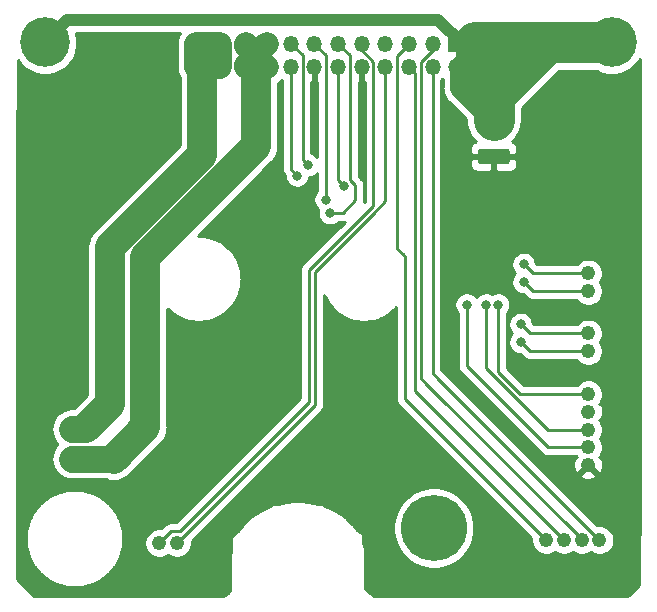
<source format=gbr>
%TF.GenerationSoftware,KiCad,Pcbnew,(5.1.12)-1*%
%TF.CreationDate,2023-01-19T10:38:35-07:00*%
%TF.ProjectId,SpritePCB,53707269-7465-4504-9342-2e6b69636164,rev?*%
%TF.SameCoordinates,Original*%
%TF.FileFunction,Copper,L1,Top*%
%TF.FilePolarity,Positive*%
%FSLAX46Y46*%
G04 Gerber Fmt 4.6, Leading zero omitted, Abs format (unit mm)*
G04 Created by KiCad (PCBNEW (5.1.12)-1) date 2023-01-19 10:38:35*
%MOMM*%
%LPD*%
G01*
G04 APERTURE LIST*
%TA.AperFunction,ComponentPad*%
%ADD10O,1.350000X1.350000*%
%TD*%
%TA.AperFunction,ComponentPad*%
%ADD11R,1.350000X1.350000*%
%TD*%
%TA.AperFunction,ComponentPad*%
%ADD12C,1.498600*%
%TD*%
%TA.AperFunction,ComponentPad*%
%ADD13C,1.244600*%
%TD*%
%TA.AperFunction,ComponentPad*%
%ADD14C,5.600000*%
%TD*%
%TA.AperFunction,ComponentPad*%
%ADD15C,4.200000*%
%TD*%
%TA.AperFunction,ViaPad*%
%ADD16C,0.800000*%
%TD*%
%TA.AperFunction,Conductor*%
%ADD17C,1.000000*%
%TD*%
%TA.AperFunction,Conductor*%
%ADD18C,2.000000*%
%TD*%
%TA.AperFunction,Conductor*%
%ADD19C,3.500000*%
%TD*%
%TA.AperFunction,Conductor*%
%ADD20C,2.250000*%
%TD*%
%TA.AperFunction,Conductor*%
%ADD21C,2.500000*%
%TD*%
%TA.AperFunction,Conductor*%
%ADD22C,0.250000*%
%TD*%
%TA.AperFunction,Conductor*%
%ADD23C,0.225000*%
%TD*%
%TA.AperFunction,Conductor*%
%ADD24C,0.254000*%
%TD*%
%TA.AperFunction,Conductor*%
%ADD25C,0.100000*%
%TD*%
G04 APERTURE END LIST*
D10*
%TO.P,J1,24*%
%TO.N,/HEATER_FAN_COM*%
X45818000Y-44545000D03*
%TO.P,J1,23*%
X45818000Y-42545000D03*
%TO.P,J1,22*%
X47818000Y-44545000D03*
%TO.P,J1,21*%
X47818000Y-42545000D03*
%TO.P,J1,20*%
%TO.N,/HEATER_2*%
X49818000Y-44545000D03*
%TO.P,J1,19*%
X49818000Y-42545000D03*
%TO.P,J1,18*%
X51818000Y-44545000D03*
%TO.P,J1,17*%
X51818000Y-42545000D03*
%TO.P,J1,16*%
%TO.N,/FAN1_1*%
X53818000Y-44545000D03*
%TO.P,J1,15*%
%TO.N,/FAN2_1*%
X53818000Y-42545000D03*
%TO.P,J1,14*%
%TO.N,/MNT_HOLE_F*%
X55818000Y-44545000D03*
%TO.P,J1,13*%
%TO.N,/CRTOUCH_3*%
X55818000Y-42545000D03*
%TO.P,J1,12*%
%TO.N,/CRTOUCH_5*%
X57818000Y-44545000D03*
%TO.P,J1,11*%
%TO.N,/CRTOUCH_2*%
X57818000Y-42545000D03*
%TO.P,J1,10*%
%TO.N,/MNT_HOLE_F*%
X59818000Y-44545000D03*
%TO.P,J1,9*%
%TO.N,/THERM_1*%
X59818000Y-42545000D03*
%TO.P,J1,8*%
%TO.N,/THERM_2*%
X61818000Y-44545000D03*
%TO.P,J1,7*%
%TO.N,/MNT_HOLE_F*%
X61818000Y-42545000D03*
%TO.P,J1,6*%
%TO.N,/MOTOR_2*%
X63818000Y-44545000D03*
%TO.P,J1,5*%
%TO.N,/MOTOR_1*%
X63818000Y-42545000D03*
%TO.P,J1,4*%
%TO.N,/MOTOR_4*%
X65818000Y-44545000D03*
%TO.P,J1,3*%
%TO.N,/MOTOR_3*%
X65818000Y-42545000D03*
%TO.P,J1,2*%
%TO.N,/MNT_HOLE*%
X67818000Y-44545000D03*
D11*
%TO.P,J1,1*%
X67818000Y-42545000D03*
%TD*%
D12*
%TO.P,J6,1*%
%TO.N,/HEATER_FAN_COM*%
X35306000Y-75184001D03*
%TO.P,J6,2*%
%TO.N,/HEATER_2*%
X35306000Y-77683999D03*
%TD*%
D13*
%TO.P,J7,1*%
%TO.N,/FAN1_1*%
X78994000Y-68580001D03*
%TO.P,J7,2*%
%TO.N,/HEATER_FAN_COM*%
X78994000Y-67079999D03*
%TD*%
%TO.P,J5,1*%
%TO.N,/THERM_1*%
X42671999Y-84836000D03*
%TO.P,J5,2*%
%TO.N,/THERM_2*%
X44172001Y-84836000D03*
%TD*%
%TO.P,J4,1*%
%TO.N,/FAN2_1*%
X78994000Y-63500001D03*
%TO.P,J4,2*%
%TO.N,/HEATER_FAN_COM*%
X78994000Y-61999999D03*
%TD*%
%TO.P,J3,1*%
%TO.N,/MNT_HOLE_F*%
X78994000Y-78232000D03*
%TO.P,J3,2*%
%TO.N,/CRTOUCH_2*%
X78994000Y-76732000D03*
%TO.P,J3,3*%
%TO.N,/CRTOUCH_3*%
X78994000Y-75232001D03*
%TO.P,J3,4*%
%TO.N,/MNT_HOLE_F*%
X78994000Y-73732001D03*
%TO.P,J3,5*%
%TO.N,/CRTOUCH_5*%
X78994000Y-72232002D03*
%TD*%
%TO.P,J2,4*%
%TO.N,/MOTOR_4*%
X79938001Y-84582000D03*
%TO.P,J2,3*%
%TO.N,/MOTOR_3*%
X78438002Y-84582000D03*
%TO.P,J2,2*%
%TO.N,/MOTOR_2*%
X76938000Y-84582000D03*
%TO.P,J2,1*%
%TO.N,/MOTOR_1*%
X75438000Y-84582000D03*
%TD*%
D14*
%TO.P,H3,1*%
%TO.N,/MNT_HOLE*%
X65913000Y-83566000D03*
%TD*%
D15*
%TO.P,H2,1*%
%TO.N,/MNT_HOLE*%
X81000000Y-42453900D03*
%TD*%
%TO.P,H1,1*%
%TO.N,/MNT_HOLE*%
X33000000Y-42453900D03*
%TD*%
%TO.P,C51,2*%
%TO.N,/MNT_HOLE_F*%
%TA.AperFunction,SMDPad,CuDef*%
G36*
G01*
X69892997Y-51446000D02*
X72093003Y-51446000D01*
G75*
G02*
X72343000Y-51695997I0J-249997D01*
G01*
X72343000Y-52521003D01*
G75*
G02*
X72093003Y-52771000I-249997J0D01*
G01*
X69892997Y-52771000D01*
G75*
G02*
X69643000Y-52521003I0J249997D01*
G01*
X69643000Y-51695997D01*
G75*
G02*
X69892997Y-51446000I249997J0D01*
G01*
G37*
%TD.AperFunction*%
%TO.P,C51,1*%
%TO.N,/MNT_HOLE*%
%TA.AperFunction,SMDPad,CuDef*%
G36*
G01*
X69892997Y-48321000D02*
X72093003Y-48321000D01*
G75*
G02*
X72343000Y-48570997I0J-249997D01*
G01*
X72343000Y-49396003D01*
G75*
G02*
X72093003Y-49646000I-249997J0D01*
G01*
X69892997Y-49646000D01*
G75*
G02*
X69643000Y-49396003I0J249997D01*
G01*
X69643000Y-48570997D01*
G75*
G02*
X69892997Y-48321000I249997J0D01*
G01*
G37*
%TD.AperFunction*%
%TD*%
D16*
%TO.N,/HEATER_FAN_COM*%
X73279000Y-66294000D03*
X73533000Y-61214000D03*
X46300000Y-51950035D03*
X46300000Y-49077000D03*
%TO.N,/CRTOUCH_3*%
X70358000Y-64643000D03*
X56769000Y-55753000D03*
%TO.N,/FAN1_1*%
X73279000Y-67818000D03*
X54356000Y-53721000D03*
%TO.N,/FAN2_1*%
X73533000Y-62738000D03*
X55245000Y-52832000D03*
%TO.N,/CRTOUCH_5*%
X71374000Y-64643000D03*
X58293000Y-54610000D03*
%TO.N,/CRTOUCH_2*%
X68707000Y-64643000D03*
X57150000Y-56896000D03*
%TD*%
D17*
%TO.N,/MNT_HOLE*%
X66314901Y-40553901D02*
X68300000Y-42539000D01*
X34899999Y-40553901D02*
X66314901Y-40553901D01*
X33000000Y-42453900D02*
X34899999Y-40553901D01*
X68300000Y-42539000D02*
X68300000Y-44539000D01*
D18*
X68300000Y-46290500D02*
X70993000Y-48983500D01*
X68300000Y-44539000D02*
X68300000Y-46290500D01*
D19*
X70993000Y-48983500D02*
X70993000Y-46990000D01*
X75529100Y-42453900D02*
X81000000Y-42453900D01*
X70993000Y-46990000D02*
X75529100Y-42453900D01*
X81000000Y-42453900D02*
X69433100Y-42453900D01*
X81000000Y-42453900D02*
X72354100Y-42453900D01*
X72354100Y-42453900D02*
X69977000Y-44831000D01*
D20*
%TO.N,/HEATER_FAN_COM*%
X35306000Y-75184001D02*
X36365671Y-75184000D01*
D21*
X46300000Y-51950035D02*
X38481000Y-59769035D01*
X38481000Y-73068671D02*
X36440682Y-75108989D01*
X36440682Y-75108989D02*
X36365671Y-75108989D01*
X38481000Y-59769035D02*
X38481000Y-73068671D01*
D22*
X78994000Y-67079999D02*
X74064999Y-67079999D01*
X74064999Y-67079999D02*
X73279000Y-66294000D01*
X78994000Y-61999999D02*
X74318999Y-61999999D01*
X74318999Y-61999999D02*
X73533000Y-61214000D01*
D21*
X46300000Y-49077000D02*
X46300000Y-51950035D01*
D18*
X45818000Y-42545000D02*
X47818000Y-42545000D01*
X47818000Y-42545000D02*
X47818000Y-44545000D01*
X47818000Y-44545000D02*
X45818000Y-44545000D01*
X45818000Y-42545000D02*
X45818000Y-44545000D01*
D21*
X46300000Y-42871000D02*
X46228000Y-42799000D01*
X46300000Y-49077000D02*
X46300000Y-42871000D01*
D22*
%TO.N,/CRTOUCH_3*%
X75611591Y-75232001D02*
X70358000Y-69978410D01*
X78994000Y-75232001D02*
X75611591Y-75232001D01*
X70358000Y-69978410D02*
X70358000Y-64643000D01*
D23*
X56805501Y-55716499D02*
X56769000Y-55753000D01*
X56805501Y-43532501D02*
X56805501Y-55716499D01*
X55818000Y-42545000D02*
X56805501Y-43532501D01*
D22*
%TO.N,/THERM_2*%
X44172001Y-84836000D02*
X55856001Y-73152000D01*
X55856001Y-73152000D02*
X55856001Y-61867118D01*
D23*
X61818000Y-55905120D02*
X60766560Y-56956560D01*
X61818000Y-44545000D02*
X61818000Y-55905120D01*
D22*
X55856001Y-61867118D02*
X60766560Y-56956560D01*
%TO.N,/THERM_1*%
X43687999Y-83820000D02*
X42671999Y-84836000D01*
X44450000Y-83820000D02*
X43687999Y-83820000D01*
X55372000Y-72898000D02*
X44450000Y-83820000D01*
X55372000Y-61714709D02*
X55372000Y-72898000D01*
D23*
X60805501Y-56281207D02*
X60638854Y-56447854D01*
X60805501Y-44070999D02*
X60805501Y-56281207D01*
X59818000Y-42545000D02*
X59818000Y-43083498D01*
X59818000Y-43083498D02*
X60805501Y-44070999D01*
D22*
X60638854Y-56447854D02*
X55372000Y-61714709D01*
%TO.N,/MOTOR_3*%
X78438002Y-84490002D02*
X78438002Y-84582000D01*
X65300000Y-71352000D02*
X78438002Y-84490002D01*
D23*
X64830499Y-70882499D02*
X65300000Y-71352000D01*
X64830499Y-44070999D02*
X64830499Y-70882499D01*
X65818000Y-43083498D02*
X64830499Y-44070999D01*
X65818000Y-42545000D02*
X65818000Y-43083498D01*
D22*
%TO.N,/MOTOR_4*%
X66300000Y-70943999D02*
X79938001Y-84582000D01*
D23*
X65818000Y-70461999D02*
X66300000Y-70943999D01*
X65818000Y-44545000D02*
X65818000Y-70461999D01*
D22*
%TO.N,/MOTOR_1*%
X63300000Y-60398000D02*
X63500000Y-60598000D01*
X63500000Y-72644000D02*
X75438000Y-84582000D01*
X63500000Y-60598000D02*
X63500000Y-72644000D01*
D23*
X62805501Y-59903501D02*
X63300000Y-60398000D01*
X62805501Y-43557499D02*
X62805501Y-59903501D01*
X63818000Y-42545000D02*
X62805501Y-43557499D01*
D22*
%TO.N,/MOTOR_2*%
X64300000Y-71944000D02*
X76938000Y-84582000D01*
D23*
X64300000Y-45027000D02*
X64300000Y-71944000D01*
X63818000Y-44545000D02*
X64300000Y-45027000D01*
D22*
%TO.N,/FAN1_1*%
X78994000Y-68580001D02*
X78113934Y-68580000D01*
X74041000Y-68580000D02*
X73279000Y-67818000D01*
X78113934Y-68580000D02*
X74041000Y-68580000D01*
X54300000Y-53665000D02*
X54356000Y-53721000D01*
D23*
X53818000Y-53183000D02*
X54356000Y-53721000D01*
X53818000Y-44545000D02*
X53818000Y-53183000D01*
D22*
%TO.N,/FAN2_1*%
X78994000Y-63500001D02*
X74295001Y-63500001D01*
X74295001Y-63500001D02*
X73533000Y-62738000D01*
D23*
X55287501Y-52789499D02*
X55245000Y-52832000D01*
X54805501Y-52392501D02*
X55245000Y-52832000D01*
X54805501Y-43532501D02*
X54805501Y-52392501D01*
X53818000Y-42545000D02*
X54805501Y-43532501D01*
D22*
%TO.N,/CRTOUCH_5*%
X78994000Y-72232002D02*
X73248002Y-72232002D01*
X71374000Y-70358000D02*
X71374000Y-64643000D01*
X73248002Y-72232002D02*
X71374000Y-70358000D01*
X58300000Y-54603000D02*
X58293000Y-54610000D01*
D23*
X57818000Y-54135000D02*
X58293000Y-54610000D01*
X57818000Y-44545000D02*
X57818000Y-54135000D01*
D22*
%TO.N,/CRTOUCH_2*%
X78994000Y-76732000D02*
X75589000Y-76732000D01*
X68707000Y-69850000D02*
X68707000Y-64643000D01*
X75589000Y-76732000D02*
X68707000Y-69850000D01*
D23*
X59287501Y-55813001D02*
X58204502Y-56896000D01*
X58204502Y-56896000D02*
X57150000Y-56896000D01*
X59287501Y-54549999D02*
X59287501Y-55813001D01*
X58805501Y-54067999D02*
X59287501Y-54549999D01*
X58805501Y-43532501D02*
X58805501Y-54067999D01*
X57818000Y-42545000D02*
X58805501Y-43532501D01*
D21*
%TO.N,/HEATER_2*%
X41487637Y-60580788D02*
X50875009Y-51193416D01*
X41487637Y-75018361D02*
X41487637Y-60580788D01*
X38821999Y-77683999D02*
X41487637Y-75018361D01*
D20*
X35306000Y-77683999D02*
X38821999Y-77683999D01*
D18*
X51818000Y-44545000D02*
X50018010Y-44545000D01*
X50018010Y-42745010D02*
X50018010Y-42545000D01*
X51818000Y-44545000D02*
X50018010Y-42745010D01*
X50018010Y-44344990D02*
X50018010Y-44545000D01*
X51818000Y-42545000D02*
X50018010Y-44344990D01*
D21*
X50875009Y-43509009D02*
X50800000Y-43434000D01*
X50875009Y-51193416D02*
X50875009Y-43509009D01*
D18*
X50800000Y-43434000D02*
X50018010Y-42545000D01*
X51818000Y-42545000D02*
X50800000Y-43434000D01*
%TD*%
D24*
%TO.N,/MNT_HOLE_F*%
X44300148Y-41916285D02*
X44206657Y-42224484D01*
X44175089Y-42545000D01*
X44183000Y-42625323D01*
X44183001Y-44464669D01*
X44175089Y-44545000D01*
X44206657Y-44865516D01*
X44300148Y-45173715D01*
X44415001Y-45388589D01*
X44415000Y-48984403D01*
X44415000Y-48984404D01*
X44415001Y-51169241D01*
X37213582Y-58370661D01*
X37141655Y-58429690D01*
X36906097Y-58716718D01*
X36731061Y-59044188D01*
X36711518Y-59108614D01*
X36624181Y-59396526D01*
X36623275Y-59399512D01*
X36596000Y-59676439D01*
X36596000Y-59676446D01*
X36586881Y-59769035D01*
X36596000Y-59861624D01*
X36596001Y-72287878D01*
X35459877Y-73424002D01*
X35219546Y-73424002D01*
X34960979Y-73449469D01*
X34629218Y-73550107D01*
X34323465Y-73713536D01*
X34055470Y-73933474D01*
X33835534Y-74201469D01*
X33672105Y-74507222D01*
X33571467Y-74838983D01*
X33537486Y-75184002D01*
X33571468Y-75529022D01*
X33672106Y-75860783D01*
X33835535Y-76166536D01*
X34055037Y-76433999D01*
X33835534Y-76701465D01*
X33672105Y-77007218D01*
X33571467Y-77338979D01*
X33537485Y-77683999D01*
X33571467Y-78029019D01*
X33672105Y-78360780D01*
X33835534Y-78666533D01*
X34055471Y-78934528D01*
X34323466Y-79154465D01*
X34629219Y-79317894D01*
X34960980Y-79418532D01*
X35219547Y-79443999D01*
X38130321Y-79443999D01*
X38452475Y-79541724D01*
X38821999Y-79578118D01*
X39191523Y-79541724D01*
X39546847Y-79433937D01*
X39874316Y-79258901D01*
X40089419Y-79082371D01*
X42755055Y-76416735D01*
X42826982Y-76357706D01*
X43062540Y-76070678D01*
X43237576Y-75743209D01*
X43345362Y-75387885D01*
X43372637Y-75110958D01*
X43372637Y-75110949D01*
X43381756Y-75018362D01*
X43372637Y-74925775D01*
X43372637Y-64976330D01*
X43377725Y-64983990D01*
X43401375Y-65007768D01*
X43402489Y-65009118D01*
X43423718Y-65030233D01*
X43444765Y-65051393D01*
X43446111Y-65052504D01*
X43469893Y-65076157D01*
X43494919Y-65092781D01*
X43887853Y-65417037D01*
X43909291Y-65438762D01*
X43936652Y-65457307D01*
X43937632Y-65458116D01*
X43963027Y-65475185D01*
X43987984Y-65492100D01*
X43989085Y-65492698D01*
X44016533Y-65511146D01*
X44044712Y-65522907D01*
X44497538Y-65768823D01*
X44523826Y-65786645D01*
X44553136Y-65799017D01*
X44553162Y-65799031D01*
X44587091Y-65813349D01*
X44611409Y-65823614D01*
X44611430Y-65823620D01*
X44640748Y-65835993D01*
X44671865Y-65842397D01*
X45175714Y-65998940D01*
X45206331Y-66011709D01*
X45267074Y-66023944D01*
X45327926Y-66036474D01*
X45361106Y-66036697D01*
X45905365Y-66091634D01*
X45938092Y-66098061D01*
X45999960Y-66097911D01*
X46061828Y-66098061D01*
X46094556Y-66091634D01*
X46638815Y-66036697D01*
X46671991Y-66036474D01*
X46732753Y-66023963D01*
X46793588Y-66011709D01*
X46824208Y-65998939D01*
X47328053Y-65842397D01*
X47359170Y-65835993D01*
X47388488Y-65823620D01*
X47388509Y-65823614D01*
X47412827Y-65813349D01*
X47446756Y-65799031D01*
X47446782Y-65799017D01*
X47476092Y-65786645D01*
X47502381Y-65768823D01*
X47955208Y-65522907D01*
X47983385Y-65511146D01*
X48010829Y-65492701D01*
X48011935Y-65492100D01*
X48037010Y-65475104D01*
X48062286Y-65458116D01*
X48063262Y-65457311D01*
X48090628Y-65438762D01*
X48112071Y-65417032D01*
X48505001Y-65092780D01*
X48530026Y-65076157D01*
X48553806Y-65052505D01*
X48555154Y-65051393D01*
X48576264Y-65030169D01*
X48597429Y-65009118D01*
X48598538Y-65007774D01*
X48622194Y-64983990D01*
X48638820Y-64958961D01*
X48963078Y-64566031D01*
X48984802Y-64544593D01*
X49003347Y-64517233D01*
X49004155Y-64516254D01*
X49021131Y-64490997D01*
X49038141Y-64465901D01*
X49038744Y-64464790D01*
X49057185Y-64437353D01*
X49068943Y-64409184D01*
X49314869Y-63956343D01*
X49332689Y-63930058D01*
X49345059Y-63900753D01*
X49345075Y-63900723D01*
X49361281Y-63862322D01*
X49369658Y-63842475D01*
X49369663Y-63842458D01*
X49382037Y-63813137D01*
X49388441Y-63782020D01*
X49544987Y-63278168D01*
X49557758Y-63247547D01*
X49569995Y-63186796D01*
X49582523Y-63125955D01*
X49582746Y-63092773D01*
X49637684Y-62548506D01*
X49644111Y-62515780D01*
X49643961Y-62453911D01*
X49644111Y-62392042D01*
X49637684Y-62359317D01*
X49582746Y-61815021D01*
X49582524Y-61781849D01*
X49570005Y-61721046D01*
X49557759Y-61660249D01*
X49544992Y-61629636D01*
X49388443Y-61125745D01*
X49382042Y-61094642D01*
X49369672Y-61065327D01*
X49369662Y-61065295D01*
X49357471Y-61036412D01*
X49345083Y-61007055D01*
X49345067Y-61007025D01*
X49332694Y-60977712D01*
X49314876Y-60951428D01*
X49068952Y-60498560D01*
X49057197Y-60470395D01*
X49038756Y-60442956D01*
X49038151Y-60441841D01*
X49021124Y-60416719D01*
X49004170Y-60391492D01*
X49003362Y-60390512D01*
X48984814Y-60363147D01*
X48963092Y-60341710D01*
X48638833Y-59948747D01*
X48622211Y-59923722D01*
X48598559Y-59899940D01*
X48597446Y-59898591D01*
X48576239Y-59877497D01*
X48555174Y-59856316D01*
X48553827Y-59855204D01*
X48530045Y-59831549D01*
X48505021Y-59814925D01*
X48112087Y-59490641D01*
X48090647Y-59468913D01*
X48063284Y-59450365D01*
X48062308Y-59449559D01*
X48037127Y-59432633D01*
X48011956Y-59415571D01*
X48010841Y-59414965D01*
X47983409Y-59396527D01*
X47955245Y-59384770D01*
X47502406Y-59138826D01*
X47476110Y-59120998D01*
X47446795Y-59108623D01*
X47446778Y-59108614D01*
X47421714Y-59098036D01*
X47388528Y-59084027D01*
X47388503Y-59084019D01*
X47359193Y-59071649D01*
X47328081Y-59065244D01*
X46824224Y-58908682D01*
X46793593Y-58895907D01*
X46732642Y-58883629D01*
X46672011Y-58871143D01*
X46638833Y-58870919D01*
X46126964Y-58819248D01*
X46126206Y-58819018D01*
X46093780Y-58815824D01*
X46061822Y-58809548D01*
X45999960Y-58809698D01*
X45938098Y-58809548D01*
X45921388Y-58812830D01*
X52142432Y-52591786D01*
X52214354Y-52532761D01*
X52290243Y-52440291D01*
X52449912Y-52245733D01*
X52566259Y-52028063D01*
X52624948Y-51918264D01*
X52732734Y-51562940D01*
X52760009Y-51286013D01*
X52760009Y-51286012D01*
X52769129Y-51193416D01*
X52760009Y-51100819D01*
X52760009Y-45887020D01*
X52979714Y-45706714D01*
X53057265Y-45612217D01*
X53070500Y-45621061D01*
X53070501Y-53146285D01*
X53066885Y-53183000D01*
X53081317Y-53329535D01*
X53124059Y-53470439D01*
X53193470Y-53600298D01*
X53208869Y-53619061D01*
X53286882Y-53714119D01*
X53315401Y-53737524D01*
X53321000Y-53743123D01*
X53321000Y-53822939D01*
X53360774Y-54022898D01*
X53438795Y-54211256D01*
X53552063Y-54380774D01*
X53696226Y-54524937D01*
X53865744Y-54638205D01*
X54054102Y-54716226D01*
X54254061Y-54756000D01*
X54457939Y-54756000D01*
X54657898Y-54716226D01*
X54846256Y-54638205D01*
X55015774Y-54524937D01*
X55159937Y-54380774D01*
X55273205Y-54211256D01*
X55351226Y-54022898D01*
X55383690Y-53859690D01*
X55546898Y-53827226D01*
X55735256Y-53749205D01*
X55904774Y-53635937D01*
X56048937Y-53491774D01*
X56058002Y-53478208D01*
X56058002Y-55000287D01*
X55965063Y-55093226D01*
X55851795Y-55262744D01*
X55773774Y-55451102D01*
X55734000Y-55651061D01*
X55734000Y-55854939D01*
X55773774Y-56054898D01*
X55851795Y-56243256D01*
X55965063Y-56412774D01*
X56109226Y-56556937D01*
X56156958Y-56588830D01*
X56154774Y-56594102D01*
X56115000Y-56794061D01*
X56115000Y-56997939D01*
X56154774Y-57197898D01*
X56232795Y-57386256D01*
X56346063Y-57555774D01*
X56490226Y-57699937D01*
X56659744Y-57813205D01*
X56848102Y-57891226D01*
X57048061Y-57931000D01*
X57251939Y-57931000D01*
X57451898Y-57891226D01*
X57640256Y-57813205D01*
X57809774Y-57699937D01*
X57866211Y-57643500D01*
X58167797Y-57643500D01*
X58204502Y-57647115D01*
X58241207Y-57643500D01*
X58241217Y-57643500D01*
X58351037Y-57632684D01*
X58391496Y-57620411D01*
X54861003Y-61150905D01*
X54831999Y-61174708D01*
X54788701Y-61227467D01*
X54737026Y-61290433D01*
X54680751Y-61395715D01*
X54666454Y-61422463D01*
X54622997Y-61565724D01*
X54612000Y-61677377D01*
X54612000Y-61677387D01*
X54608324Y-61714709D01*
X54612000Y-61752032D01*
X54612001Y-72583197D01*
X44135199Y-83060000D01*
X43725321Y-83060000D01*
X43687999Y-83056324D01*
X43650676Y-83060000D01*
X43650666Y-83060000D01*
X43539013Y-83070997D01*
X43401228Y-83112793D01*
X43395752Y-83114454D01*
X43263722Y-83185026D01*
X43195339Y-83241147D01*
X43147998Y-83279999D01*
X43124200Y-83308997D01*
X42844764Y-83588433D01*
X42795832Y-83578700D01*
X42548166Y-83578700D01*
X42305258Y-83627017D01*
X42076444Y-83721795D01*
X41870517Y-83859391D01*
X41695390Y-84034518D01*
X41557794Y-84240445D01*
X41463016Y-84469259D01*
X41414699Y-84712167D01*
X41414699Y-84959833D01*
X41463016Y-85202741D01*
X41557794Y-85431555D01*
X41695390Y-85637482D01*
X41870517Y-85812609D01*
X42076444Y-85950205D01*
X42305258Y-86044983D01*
X42548166Y-86093300D01*
X42795832Y-86093300D01*
X43038740Y-86044983D01*
X43267554Y-85950205D01*
X43422000Y-85847007D01*
X43576446Y-85950205D01*
X43805260Y-86044983D01*
X44048168Y-86093300D01*
X44295834Y-86093300D01*
X44538742Y-86044983D01*
X44767556Y-85950205D01*
X44973483Y-85812609D01*
X45148610Y-85637482D01*
X45286206Y-85431555D01*
X45380984Y-85202741D01*
X45429301Y-84959833D01*
X45429301Y-84712167D01*
X45419568Y-84663234D01*
X56367005Y-73715798D01*
X56396002Y-73692001D01*
X56490975Y-73576276D01*
X56561547Y-73444247D01*
X56605004Y-73300986D01*
X56616001Y-73189333D01*
X56616001Y-73189324D01*
X56619677Y-73152001D01*
X56616001Y-73114678D01*
X56616001Y-63803802D01*
X56617922Y-63813136D01*
X56630294Y-63842453D01*
X56630301Y-63842475D01*
X56640544Y-63866742D01*
X56654884Y-63900721D01*
X56654896Y-63900744D01*
X56667270Y-63930058D01*
X56685095Y-63956350D01*
X56931013Y-64409177D01*
X56942773Y-64437352D01*
X56961218Y-64464795D01*
X56961818Y-64465900D01*
X56978789Y-64490938D01*
X56995803Y-64516252D01*
X56996610Y-64517230D01*
X57015157Y-64544593D01*
X57036884Y-64566033D01*
X57361143Y-64958967D01*
X57377765Y-64983990D01*
X57401415Y-65007768D01*
X57402529Y-65009118D01*
X57423758Y-65030233D01*
X57444805Y-65051393D01*
X57446151Y-65052504D01*
X57469933Y-65076157D01*
X57494959Y-65092781D01*
X57887893Y-65417037D01*
X57909331Y-65438762D01*
X57936692Y-65457307D01*
X57937672Y-65458116D01*
X57963067Y-65475185D01*
X57988024Y-65492100D01*
X57989125Y-65492698D01*
X58016573Y-65511146D01*
X58044752Y-65522907D01*
X58497578Y-65768823D01*
X58523866Y-65786645D01*
X58553176Y-65799017D01*
X58553202Y-65799031D01*
X58587131Y-65813349D01*
X58611449Y-65823614D01*
X58611470Y-65823620D01*
X58640788Y-65835993D01*
X58671905Y-65842397D01*
X59175754Y-65998940D01*
X59206371Y-66011709D01*
X59267114Y-66023944D01*
X59327966Y-66036474D01*
X59361146Y-66036697D01*
X59905407Y-66091634D01*
X59938133Y-66098061D01*
X60000001Y-66097911D01*
X60061868Y-66098061D01*
X60094596Y-66091634D01*
X60638847Y-66036697D01*
X60672025Y-66036474D01*
X60732832Y-66023954D01*
X60793621Y-66011709D01*
X60824241Y-65998939D01*
X61328079Y-65842398D01*
X61359198Y-65835993D01*
X61388520Y-65823619D01*
X61388539Y-65823613D01*
X61411205Y-65814046D01*
X61446784Y-65799031D01*
X61446812Y-65799016D01*
X61476122Y-65786644D01*
X61502412Y-65768821D01*
X61955243Y-65522903D01*
X61983411Y-65511146D01*
X62010850Y-65492705D01*
X62011963Y-65492100D01*
X62037116Y-65475051D01*
X62062312Y-65458117D01*
X62063288Y-65457311D01*
X62090655Y-65438762D01*
X62112096Y-65417035D01*
X62505032Y-65092779D01*
X62530053Y-65076159D01*
X62553831Y-65052509D01*
X62555183Y-65051394D01*
X62576292Y-65030171D01*
X62597457Y-65009120D01*
X62598569Y-65007772D01*
X62622222Y-64983991D01*
X62638844Y-64958968D01*
X62740000Y-64836390D01*
X62740001Y-72606668D01*
X62736324Y-72644000D01*
X62750998Y-72792985D01*
X62794454Y-72936246D01*
X62865026Y-73068276D01*
X62910957Y-73124242D01*
X62960000Y-73184001D01*
X62988998Y-73207799D01*
X74190433Y-84409235D01*
X74180700Y-84458167D01*
X74180700Y-84705833D01*
X74229017Y-84948741D01*
X74323795Y-85177555D01*
X74461391Y-85383482D01*
X74636518Y-85558609D01*
X74842445Y-85696205D01*
X75071259Y-85790983D01*
X75314167Y-85839300D01*
X75561833Y-85839300D01*
X75804741Y-85790983D01*
X76033555Y-85696205D01*
X76188000Y-85593008D01*
X76342445Y-85696205D01*
X76571259Y-85790983D01*
X76814167Y-85839300D01*
X77061833Y-85839300D01*
X77304741Y-85790983D01*
X77533555Y-85696205D01*
X77688001Y-85593007D01*
X77842447Y-85696205D01*
X78071261Y-85790983D01*
X78314169Y-85839300D01*
X78561835Y-85839300D01*
X78804743Y-85790983D01*
X79033557Y-85696205D01*
X79188002Y-85593009D01*
X79342446Y-85696205D01*
X79571260Y-85790983D01*
X79814168Y-85839300D01*
X80061834Y-85839300D01*
X80304742Y-85790983D01*
X80533556Y-85696205D01*
X80739483Y-85558609D01*
X80914610Y-85383482D01*
X81052206Y-85177555D01*
X81146984Y-84948741D01*
X81195301Y-84705833D01*
X81195301Y-84458167D01*
X81146984Y-84215259D01*
X81052206Y-83986445D01*
X80914610Y-83780518D01*
X80739483Y-83605391D01*
X80533556Y-83467795D01*
X80304742Y-83373017D01*
X80061834Y-83324700D01*
X79814168Y-83324700D01*
X79765236Y-83334433D01*
X75528520Y-79097717D01*
X78307888Y-79097717D01*
X78357908Y-79323571D01*
X78583085Y-79426692D01*
X78824054Y-79483901D01*
X79071553Y-79493001D01*
X79316073Y-79453642D01*
X79548215Y-79367335D01*
X79630092Y-79323571D01*
X79680112Y-79097717D01*
X78994000Y-78411605D01*
X78307888Y-79097717D01*
X75528520Y-79097717D01*
X66811002Y-70380200D01*
X66724276Y-70309025D01*
X66719707Y-70306583D01*
X66565500Y-70152376D01*
X66565500Y-64541061D01*
X67672000Y-64541061D01*
X67672000Y-64744939D01*
X67711774Y-64944898D01*
X67789795Y-65133256D01*
X67903063Y-65302774D01*
X67947001Y-65346712D01*
X67947000Y-69812677D01*
X67943324Y-69850000D01*
X67947000Y-69887322D01*
X67947000Y-69887332D01*
X67957997Y-69998985D01*
X67971865Y-70044701D01*
X68001454Y-70142246D01*
X68072026Y-70274276D01*
X68100544Y-70309025D01*
X68166999Y-70390001D01*
X68196003Y-70413804D01*
X75025201Y-77243003D01*
X75048999Y-77272001D01*
X75164724Y-77366974D01*
X75296753Y-77437546D01*
X75440014Y-77481003D01*
X75551667Y-77492000D01*
X75551675Y-77492000D01*
X75589000Y-77495676D01*
X75626325Y-77492000D01*
X77989674Y-77492000D01*
X78017391Y-77533482D01*
X78047654Y-77563745D01*
X77902429Y-77595908D01*
X77799308Y-77821085D01*
X77742099Y-78062054D01*
X77732999Y-78309553D01*
X77772358Y-78554073D01*
X77858665Y-78786215D01*
X77902429Y-78868092D01*
X78128283Y-78918112D01*
X78814395Y-78232000D01*
X78800253Y-78217858D01*
X78979858Y-78038253D01*
X78994000Y-78052395D01*
X79008143Y-78038253D01*
X79187748Y-78217858D01*
X79173605Y-78232000D01*
X79859717Y-78918112D01*
X80085571Y-78868092D01*
X80188692Y-78642915D01*
X80245901Y-78401946D01*
X80255001Y-78154447D01*
X80215642Y-77909927D01*
X80129335Y-77677785D01*
X80085571Y-77595908D01*
X79940346Y-77563745D01*
X79970609Y-77533482D01*
X80108205Y-77327555D01*
X80202983Y-77098741D01*
X80251300Y-76855833D01*
X80251300Y-76608167D01*
X80202983Y-76365259D01*
X80108205Y-76136445D01*
X80005009Y-75982001D01*
X80108205Y-75827556D01*
X80202983Y-75598742D01*
X80251300Y-75355834D01*
X80251300Y-75108168D01*
X80202983Y-74865260D01*
X80108205Y-74636446D01*
X79970609Y-74430519D01*
X79940346Y-74400256D01*
X80085571Y-74368093D01*
X80188692Y-74142916D01*
X80245901Y-73901947D01*
X80255001Y-73654448D01*
X80215642Y-73409928D01*
X80129335Y-73177786D01*
X80085571Y-73095909D01*
X79940347Y-73063746D01*
X79970609Y-73033484D01*
X80108205Y-72827557D01*
X80202983Y-72598743D01*
X80251300Y-72355835D01*
X80251300Y-72108169D01*
X80202983Y-71865261D01*
X80108205Y-71636447D01*
X79970609Y-71430520D01*
X79795482Y-71255393D01*
X79589555Y-71117797D01*
X79360741Y-71023019D01*
X79117833Y-70974702D01*
X78870167Y-70974702D01*
X78627259Y-71023019D01*
X78398445Y-71117797D01*
X78192518Y-71255393D01*
X78017391Y-71430520D01*
X77989674Y-71472002D01*
X73562804Y-71472002D01*
X72134000Y-70043199D01*
X72134000Y-66192061D01*
X72244000Y-66192061D01*
X72244000Y-66395939D01*
X72283774Y-66595898D01*
X72361795Y-66784256D01*
X72475063Y-66953774D01*
X72577289Y-67056000D01*
X72475063Y-67158226D01*
X72361795Y-67327744D01*
X72283774Y-67516102D01*
X72244000Y-67716061D01*
X72244000Y-67919939D01*
X72283774Y-68119898D01*
X72361795Y-68308256D01*
X72475063Y-68477774D01*
X72619226Y-68621937D01*
X72788744Y-68735205D01*
X72977102Y-68813226D01*
X73177061Y-68853000D01*
X73239198Y-68853000D01*
X73477201Y-69091002D01*
X73500999Y-69120001D01*
X73616724Y-69214974D01*
X73748753Y-69285546D01*
X73892014Y-69329003D01*
X74003667Y-69340000D01*
X74003675Y-69340000D01*
X74041000Y-69343676D01*
X74078325Y-69340000D01*
X77989673Y-69340000D01*
X78017391Y-69381483D01*
X78192518Y-69556610D01*
X78398445Y-69694206D01*
X78627259Y-69788984D01*
X78870167Y-69837301D01*
X79117833Y-69837301D01*
X79360741Y-69788984D01*
X79589555Y-69694206D01*
X79795482Y-69556610D01*
X79970609Y-69381483D01*
X80108205Y-69175556D01*
X80202983Y-68946742D01*
X80251300Y-68703834D01*
X80251300Y-68456168D01*
X80202983Y-68213260D01*
X80108205Y-67984446D01*
X80005007Y-67830000D01*
X80108205Y-67675554D01*
X80202983Y-67446740D01*
X80251300Y-67203832D01*
X80251300Y-66956166D01*
X80202983Y-66713258D01*
X80108205Y-66484444D01*
X79970609Y-66278517D01*
X79795482Y-66103390D01*
X79589555Y-65965794D01*
X79360741Y-65871016D01*
X79117833Y-65822699D01*
X78870167Y-65822699D01*
X78627259Y-65871016D01*
X78398445Y-65965794D01*
X78192518Y-66103390D01*
X78017391Y-66278517D01*
X77989674Y-66319999D01*
X74379801Y-66319999D01*
X74314000Y-66254198D01*
X74314000Y-66192061D01*
X74274226Y-65992102D01*
X74196205Y-65803744D01*
X74082937Y-65634226D01*
X73938774Y-65490063D01*
X73769256Y-65376795D01*
X73580898Y-65298774D01*
X73380939Y-65259000D01*
X73177061Y-65259000D01*
X72977102Y-65298774D01*
X72788744Y-65376795D01*
X72619226Y-65490063D01*
X72475063Y-65634226D01*
X72361795Y-65803744D01*
X72283774Y-65992102D01*
X72244000Y-66192061D01*
X72134000Y-66192061D01*
X72134000Y-65346711D01*
X72177937Y-65302774D01*
X72291205Y-65133256D01*
X72369226Y-64944898D01*
X72409000Y-64744939D01*
X72409000Y-64541061D01*
X72369226Y-64341102D01*
X72291205Y-64152744D01*
X72177937Y-63983226D01*
X72033774Y-63839063D01*
X71864256Y-63725795D01*
X71675898Y-63647774D01*
X71475939Y-63608000D01*
X71272061Y-63608000D01*
X71072102Y-63647774D01*
X70883744Y-63725795D01*
X70866000Y-63737651D01*
X70848256Y-63725795D01*
X70659898Y-63647774D01*
X70459939Y-63608000D01*
X70256061Y-63608000D01*
X70056102Y-63647774D01*
X69867744Y-63725795D01*
X69698226Y-63839063D01*
X69554063Y-63983226D01*
X69532500Y-64015497D01*
X69510937Y-63983226D01*
X69366774Y-63839063D01*
X69197256Y-63725795D01*
X69008898Y-63647774D01*
X68808939Y-63608000D01*
X68605061Y-63608000D01*
X68405102Y-63647774D01*
X68216744Y-63725795D01*
X68047226Y-63839063D01*
X67903063Y-63983226D01*
X67789795Y-64152744D01*
X67711774Y-64341102D01*
X67672000Y-64541061D01*
X66565500Y-64541061D01*
X66565500Y-61112061D01*
X72498000Y-61112061D01*
X72498000Y-61315939D01*
X72537774Y-61515898D01*
X72615795Y-61704256D01*
X72729063Y-61873774D01*
X72831289Y-61976000D01*
X72729063Y-62078226D01*
X72615795Y-62247744D01*
X72537774Y-62436102D01*
X72498000Y-62636061D01*
X72498000Y-62839939D01*
X72537774Y-63039898D01*
X72615795Y-63228256D01*
X72729063Y-63397774D01*
X72873226Y-63541937D01*
X73042744Y-63655205D01*
X73231102Y-63733226D01*
X73431061Y-63773000D01*
X73493198Y-63773000D01*
X73731202Y-64011003D01*
X73755000Y-64040002D01*
X73783998Y-64063800D01*
X73870724Y-64134975D01*
X73981009Y-64193924D01*
X74002754Y-64205547D01*
X74146015Y-64249004D01*
X74257668Y-64260001D01*
X74257677Y-64260001D01*
X74295000Y-64263677D01*
X74332323Y-64260001D01*
X77989674Y-64260001D01*
X78017391Y-64301483D01*
X78192518Y-64476610D01*
X78398445Y-64614206D01*
X78627259Y-64708984D01*
X78870167Y-64757301D01*
X79117833Y-64757301D01*
X79360741Y-64708984D01*
X79589555Y-64614206D01*
X79795482Y-64476610D01*
X79970609Y-64301483D01*
X80108205Y-64095556D01*
X80202983Y-63866742D01*
X80251300Y-63623834D01*
X80251300Y-63376168D01*
X80202983Y-63133260D01*
X80108205Y-62904446D01*
X80005007Y-62750000D01*
X80108205Y-62595554D01*
X80202983Y-62366740D01*
X80251300Y-62123832D01*
X80251300Y-61876166D01*
X80202983Y-61633258D01*
X80108205Y-61404444D01*
X79970609Y-61198517D01*
X79795482Y-61023390D01*
X79589555Y-60885794D01*
X79360741Y-60791016D01*
X79117833Y-60742699D01*
X78870167Y-60742699D01*
X78627259Y-60791016D01*
X78398445Y-60885794D01*
X78192518Y-61023390D01*
X78017391Y-61198517D01*
X77989674Y-61239999D01*
X74633801Y-61239999D01*
X74568000Y-61174198D01*
X74568000Y-61112061D01*
X74528226Y-60912102D01*
X74450205Y-60723744D01*
X74336937Y-60554226D01*
X74192774Y-60410063D01*
X74023256Y-60296795D01*
X73834898Y-60218774D01*
X73634939Y-60179000D01*
X73431061Y-60179000D01*
X73231102Y-60218774D01*
X73042744Y-60296795D01*
X72873226Y-60410063D01*
X72729063Y-60554226D01*
X72615795Y-60723744D01*
X72537774Y-60912102D01*
X72498000Y-61112061D01*
X66565500Y-61112061D01*
X66565500Y-52771000D01*
X69004928Y-52771000D01*
X69017188Y-52895482D01*
X69053498Y-53015180D01*
X69112463Y-53125494D01*
X69191815Y-53222185D01*
X69288506Y-53301537D01*
X69398820Y-53360502D01*
X69518518Y-53396812D01*
X69643000Y-53409072D01*
X70707250Y-53406000D01*
X70866000Y-53247250D01*
X70866000Y-52235500D01*
X71120000Y-52235500D01*
X71120000Y-53247250D01*
X71278750Y-53406000D01*
X72343000Y-53409072D01*
X72467482Y-53396812D01*
X72587180Y-53360502D01*
X72697494Y-53301537D01*
X72794185Y-53222185D01*
X72873537Y-53125494D01*
X72932502Y-53015180D01*
X72968812Y-52895482D01*
X72981072Y-52771000D01*
X72978000Y-52394250D01*
X72819250Y-52235500D01*
X71120000Y-52235500D01*
X70866000Y-52235500D01*
X69166750Y-52235500D01*
X69008000Y-52394250D01*
X69004928Y-52771000D01*
X66565500Y-52771000D01*
X66565500Y-45621061D01*
X66653077Y-45562544D01*
X66665000Y-45550621D01*
X66665000Y-46210181D01*
X66657089Y-46290500D01*
X66665000Y-46370819D01*
X66665000Y-46370822D01*
X66679936Y-46522459D01*
X66688658Y-46611016D01*
X66782148Y-46919214D01*
X66782149Y-46919215D01*
X66933970Y-47203252D01*
X67138287Y-47452214D01*
X67200682Y-47503420D01*
X68608000Y-48910739D01*
X68608000Y-49100656D01*
X68642510Y-49451041D01*
X68778887Y-49900615D01*
X69000351Y-50314945D01*
X69298391Y-50678109D01*
X69484200Y-50830598D01*
X69398820Y-50856498D01*
X69288506Y-50915463D01*
X69191815Y-50994815D01*
X69112463Y-51091506D01*
X69053498Y-51201820D01*
X69017188Y-51321518D01*
X69004928Y-51446000D01*
X69008000Y-51822750D01*
X69166750Y-51981500D01*
X70866000Y-51981500D01*
X70866000Y-51961500D01*
X71120000Y-51961500D01*
X71120000Y-51981500D01*
X72819250Y-51981500D01*
X72978000Y-51822750D01*
X72981072Y-51446000D01*
X72968812Y-51321518D01*
X72932502Y-51201820D01*
X72873537Y-51091506D01*
X72794185Y-50994815D01*
X72697494Y-50915463D01*
X72587180Y-50856498D01*
X72501800Y-50830598D01*
X72687609Y-50678109D01*
X72985649Y-50314946D01*
X73207113Y-49900616D01*
X73343490Y-49451042D01*
X73378000Y-49100657D01*
X73378000Y-47977899D01*
X76517000Y-44838900D01*
X79646536Y-44838900D01*
X79704492Y-44877625D01*
X80202230Y-45083795D01*
X80730626Y-45188900D01*
X81269374Y-45188900D01*
X81797770Y-45083795D01*
X82295508Y-44877625D01*
X82743461Y-44578313D01*
X83124413Y-44197361D01*
X83356000Y-43850766D01*
X83356001Y-80273543D01*
X83312768Y-88249950D01*
X83269297Y-88389875D01*
X82552873Y-89177942D01*
X82514375Y-89198851D01*
X82257777Y-89278582D01*
X81947685Y-89309886D01*
X60996275Y-89309886D01*
X60882346Y-89298399D01*
X60178113Y-88786230D01*
X60128720Y-88627113D01*
X60107990Y-88421471D01*
X60107990Y-85966446D01*
X60108703Y-85946134D01*
X60107990Y-85934847D01*
X60107990Y-85923522D01*
X60105995Y-85903268D01*
X60084336Y-85560399D01*
X60085275Y-85551568D01*
X60080343Y-85497180D01*
X60078903Y-85474389D01*
X60077486Y-85465677D01*
X60076689Y-85456891D01*
X60072409Y-85434471D01*
X60063639Y-85380557D01*
X60060530Y-85372236D01*
X60005418Y-85083517D01*
X60005287Y-85075623D01*
X59993535Y-85021268D01*
X59989073Y-84997890D01*
X59986856Y-84990373D01*
X59985198Y-84982704D01*
X59977905Y-84960022D01*
X59963805Y-84912213D01*
X59943951Y-84197474D01*
X59940824Y-84172774D01*
X59932938Y-84149160D01*
X59920597Y-84127538D01*
X59904274Y-84108739D01*
X59892594Y-84098948D01*
X59396089Y-83731167D01*
X59159591Y-83382572D01*
X59142902Y-83352461D01*
X59103611Y-83306043D01*
X59064719Y-83259330D01*
X59037959Y-83237683D01*
X59027649Y-83227682D01*
X62478000Y-83227682D01*
X62478000Y-83904318D01*
X62610006Y-84567952D01*
X62868943Y-85193082D01*
X63244862Y-85755685D01*
X63723315Y-86234138D01*
X64285918Y-86610057D01*
X64911048Y-86868994D01*
X65574682Y-87001000D01*
X66251318Y-87001000D01*
X66914952Y-86868994D01*
X67540082Y-86610057D01*
X68102685Y-86234138D01*
X68581138Y-85755685D01*
X68957057Y-85193082D01*
X69215994Y-84567952D01*
X69348000Y-83904318D01*
X69348000Y-83227682D01*
X69215994Y-82564048D01*
X68957057Y-81938918D01*
X68581138Y-81376315D01*
X68102685Y-80897862D01*
X67540082Y-80521943D01*
X66914952Y-80263006D01*
X66251318Y-80131000D01*
X65574682Y-80131000D01*
X64911048Y-80263006D01*
X64285918Y-80521943D01*
X63723315Y-80897862D01*
X63244862Y-81376315D01*
X62868943Y-81938918D01*
X62610006Y-82564048D01*
X62478000Y-83227682D01*
X59027649Y-83227682D01*
X58473607Y-82690254D01*
X58455357Y-82668254D01*
X58428187Y-82646196D01*
X58425884Y-82643962D01*
X58403614Y-82626246D01*
X58381552Y-82608335D01*
X58378878Y-82606569D01*
X58351487Y-82584779D01*
X58326078Y-82571691D01*
X57648241Y-82123933D01*
X57629595Y-82108081D01*
X57595442Y-82089056D01*
X57589341Y-82085026D01*
X57567797Y-82073657D01*
X57546545Y-82061818D01*
X57539848Y-82058907D01*
X57505265Y-82040656D01*
X57481805Y-82033675D01*
X56706946Y-81696832D01*
X56687984Y-81685510D01*
X56648912Y-81671604D01*
X56640019Y-81667738D01*
X56619095Y-81660992D01*
X56598422Y-81653634D01*
X56589029Y-81651298D01*
X56587679Y-81650863D01*
X56463594Y-81558948D01*
X56442232Y-81546161D01*
X56418786Y-81537788D01*
X56388000Y-81534000D01*
X56117392Y-81534000D01*
X55671412Y-81423083D01*
X55651812Y-81415365D01*
X55609977Y-81407804D01*
X55599590Y-81405221D01*
X55578882Y-81402185D01*
X55558262Y-81398458D01*
X55547582Y-81397595D01*
X55505530Y-81391429D01*
X55484495Y-81392498D01*
X54526172Y-81315068D01*
X54500298Y-81312520D01*
X54494632Y-81312520D01*
X54488988Y-81312064D01*
X54463019Y-81312520D01*
X54347392Y-81312520D01*
X54321530Y-81312058D01*
X54315790Y-81312520D01*
X54310022Y-81312520D01*
X54284242Y-81315059D01*
X53330028Y-81391858D01*
X53309202Y-81390780D01*
X53266936Y-81396936D01*
X53256054Y-81397812D01*
X53235648Y-81401493D01*
X53215129Y-81404482D01*
X53204531Y-81407107D01*
X53162498Y-81414690D01*
X53143094Y-81422325D01*
X52692231Y-81534000D01*
X52324000Y-81534000D01*
X52299224Y-81536440D01*
X52275399Y-81543667D01*
X52246030Y-81560752D01*
X52028840Y-81729677D01*
X51339067Y-82028184D01*
X51315835Y-82035036D01*
X51280978Y-82053323D01*
X51274043Y-82056324D01*
X51252994Y-82068004D01*
X51231651Y-82079201D01*
X51225328Y-82083355D01*
X51190917Y-82102450D01*
X51172440Y-82118106D01*
X50496436Y-82562285D01*
X50471263Y-82575143D01*
X50443553Y-82597032D01*
X50440609Y-82598967D01*
X50418738Y-82616636D01*
X50396665Y-82634072D01*
X50394127Y-82636517D01*
X50366659Y-82658707D01*
X50348561Y-82680416D01*
X49784809Y-83223535D01*
X49758239Y-83244826D01*
X49718857Y-83291688D01*
X49679183Y-83338233D01*
X49662579Y-83367952D01*
X49366016Y-83800763D01*
X48817030Y-84227752D01*
X48798970Y-84244890D01*
X48784602Y-84265221D01*
X48774475Y-84287965D01*
X48768981Y-84312248D01*
X48768000Y-84328000D01*
X48768000Y-85274012D01*
X48754112Y-85344088D01*
X48751008Y-85352204D01*
X48741788Y-85406271D01*
X48737317Y-85428830D01*
X48736478Y-85437406D01*
X48735027Y-85445917D01*
X48733398Y-85468905D01*
X48728065Y-85523444D01*
X48728922Y-85532082D01*
X48704677Y-85874256D01*
X48702463Y-85896222D01*
X48702441Y-85905816D01*
X48701764Y-85915373D01*
X48702330Y-85935997D01*
X48702330Y-85954595D01*
X48702260Y-85985326D01*
X48702330Y-85986054D01*
X48702331Y-88470407D01*
X48682595Y-88666196D01*
X48636048Y-88816158D01*
X48562179Y-88952258D01*
X48463860Y-89071425D01*
X48344698Y-89169744D01*
X48208621Y-89243606D01*
X48058674Y-89290152D01*
X47862915Y-89309886D01*
X32085492Y-89309886D01*
X30644000Y-87868394D01*
X30644000Y-84392001D01*
X31355844Y-84392001D01*
X31355994Y-84453870D01*
X31355844Y-84515739D01*
X31362271Y-84548466D01*
X31427372Y-85193442D01*
X31427595Y-85226612D01*
X31440078Y-85287241D01*
X31452359Y-85348207D01*
X31465131Y-85378831D01*
X31650826Y-85976512D01*
X31657228Y-86007618D01*
X31669597Y-86036929D01*
X31669607Y-86036961D01*
X31679881Y-86061300D01*
X31694189Y-86095205D01*
X31694202Y-86095229D01*
X31706576Y-86124544D01*
X31724399Y-86150834D01*
X32016440Y-86688602D01*
X32028195Y-86716765D01*
X32046631Y-86744196D01*
X32047240Y-86745317D01*
X32064370Y-86770589D01*
X32081224Y-86795666D01*
X32082028Y-86796640D01*
X32100579Y-86824009D01*
X32122306Y-86845450D01*
X32507634Y-87312398D01*
X32524257Y-87337423D01*
X32547910Y-87361204D01*
X32549020Y-87362550D01*
X32570210Y-87383626D01*
X32591296Y-87404827D01*
X32592642Y-87405938D01*
X32616422Y-87429590D01*
X32641449Y-87446215D01*
X33108396Y-87831556D01*
X33129834Y-87853280D01*
X33157196Y-87871827D01*
X33158174Y-87872634D01*
X33183406Y-87889593D01*
X33208526Y-87906620D01*
X33209639Y-87907224D01*
X33237074Y-87925664D01*
X33265244Y-87937422D01*
X33803012Y-88229472D01*
X33829303Y-88247296D01*
X33858615Y-88259669D01*
X33858637Y-88259681D01*
X33887366Y-88271805D01*
X33916886Y-88284266D01*
X33916911Y-88284274D01*
X33946223Y-88296644D01*
X33977335Y-88303048D01*
X34575034Y-88488752D01*
X34605655Y-88501523D01*
X34666406Y-88513760D01*
X34727247Y-88526288D01*
X34760430Y-88526511D01*
X35405421Y-88591615D01*
X35438155Y-88598044D01*
X35500093Y-88597893D01*
X35561887Y-88598043D01*
X35594613Y-88591616D01*
X36239591Y-88526510D01*
X36272768Y-88526287D01*
X36333553Y-88513771D01*
X36394358Y-88501522D01*
X36424979Y-88488751D01*
X37022665Y-88303045D01*
X37053771Y-88296642D01*
X37083079Y-88284273D01*
X37083109Y-88284264D01*
X37114768Y-88270900D01*
X37141356Y-88259679D01*
X37141379Y-88259666D01*
X37170691Y-88247293D01*
X37196982Y-88229469D01*
X37734733Y-87937421D01*
X37762905Y-87925662D01*
X37790345Y-87907219D01*
X37791455Y-87906616D01*
X37816579Y-87889586D01*
X37841805Y-87872631D01*
X37842781Y-87871826D01*
X37870147Y-87853276D01*
X37891589Y-87831547D01*
X38358521Y-87446213D01*
X38383547Y-87429589D01*
X38407330Y-87405934D01*
X38408676Y-87404823D01*
X38429761Y-87383623D01*
X38450950Y-87362548D01*
X38452060Y-87361202D01*
X38475714Y-87337420D01*
X38492339Y-87312391D01*
X38877662Y-86845446D01*
X38899385Y-86824009D01*
X38917933Y-86796644D01*
X38918742Y-86795664D01*
X38935726Y-86770394D01*
X38952724Y-86745316D01*
X38953327Y-86744205D01*
X38971771Y-86716763D01*
X38983529Y-86688591D01*
X39275567Y-86150830D01*
X39293388Y-86124543D01*
X39305760Y-86095233D01*
X39305775Y-86095205D01*
X39320790Y-86059626D01*
X39330357Y-86036960D01*
X39330363Y-86036941D01*
X39342737Y-86007619D01*
X39349141Y-85976500D01*
X39534835Y-85378826D01*
X39547604Y-85348208D01*
X39559846Y-85287435D01*
X39572369Y-85226613D01*
X39572592Y-85193434D01*
X39637694Y-84548464D01*
X39644121Y-84515738D01*
X39643971Y-84453870D01*
X39644121Y-84392002D01*
X39637694Y-84359276D01*
X39572592Y-83714306D01*
X39572369Y-83681127D01*
X39559819Y-83620174D01*
X39547604Y-83559531D01*
X39534838Y-83528920D01*
X39349142Y-82931239D01*
X39342737Y-82900117D01*
X39330362Y-82870792D01*
X39330357Y-82870777D01*
X39321082Y-82848802D01*
X39305775Y-82812531D01*
X39305762Y-82812508D01*
X39293389Y-82783193D01*
X39275564Y-82756900D01*
X38983531Y-82219147D01*
X38971772Y-82190973D01*
X38953323Y-82163523D01*
X38952724Y-82162419D01*
X38935862Y-82137541D01*
X38918744Y-82112071D01*
X38917928Y-82111082D01*
X38899386Y-82083726D01*
X38877669Y-82062295D01*
X38492345Y-81595346D01*
X38475716Y-81570312D01*
X38452055Y-81546522D01*
X38450951Y-81545184D01*
X38429889Y-81524235D01*
X38408678Y-81502908D01*
X38407324Y-81501790D01*
X38383549Y-81478143D01*
X38358529Y-81461523D01*
X37891586Y-81076177D01*
X37870148Y-81054452D01*
X37842786Y-81035905D01*
X37841807Y-81035097D01*
X37816543Y-81018117D01*
X37791457Y-81001112D01*
X37790347Y-81000509D01*
X37762907Y-80982066D01*
X37734737Y-80970308D01*
X37196987Y-80678258D01*
X37170692Y-80660431D01*
X37141379Y-80648058D01*
X37141358Y-80648046D01*
X37110380Y-80634972D01*
X37083110Y-80623461D01*
X37083090Y-80623455D01*
X37053773Y-80611082D01*
X37022656Y-80604677D01*
X36424984Y-80418973D01*
X36394358Y-80406200D01*
X36333499Y-80393941D01*
X36272770Y-80381435D01*
X36239590Y-80381212D01*
X35627023Y-80319378D01*
X35626266Y-80319148D01*
X35593840Y-80315954D01*
X35561887Y-80309679D01*
X35500093Y-80309829D01*
X35438155Y-80309678D01*
X35406194Y-80315955D01*
X35373774Y-80319148D01*
X35373018Y-80319377D01*
X34760430Y-80381211D01*
X34727245Y-80381434D01*
X34666284Y-80393986D01*
X34605655Y-80406199D01*
X34575040Y-80418967D01*
X33977333Y-80604677D01*
X33946221Y-80611081D01*
X33916906Y-80623452D01*
X33916884Y-80623459D01*
X33893716Y-80633239D01*
X33858635Y-80648043D01*
X33858604Y-80648060D01*
X33829301Y-80660429D01*
X33803017Y-80678248D01*
X33265246Y-80970304D01*
X33237072Y-80982064D01*
X33209629Y-81000509D01*
X33208524Y-81001109D01*
X33183523Y-81018055D01*
X33158172Y-81035094D01*
X33157191Y-81035903D01*
X33129832Y-81054448D01*
X33108394Y-81076173D01*
X32641449Y-81461515D01*
X32616421Y-81478141D01*
X32592640Y-81501794D01*
X32591294Y-81502905D01*
X32570238Y-81524076D01*
X32549019Y-81545181D01*
X32547905Y-81546530D01*
X32524256Y-81570309D01*
X32507635Y-81595331D01*
X32122302Y-82062288D01*
X32100578Y-82083726D01*
X32082031Y-82111090D01*
X32081222Y-82112070D01*
X32064221Y-82137365D01*
X32047240Y-82162419D01*
X32046638Y-82163528D01*
X32028193Y-82190972D01*
X32016435Y-82219144D01*
X31724403Y-82756895D01*
X31706575Y-82783193D01*
X31694199Y-82812513D01*
X31694189Y-82812532D01*
X31682638Y-82839904D01*
X31669607Y-82870776D01*
X31669600Y-82870799D01*
X31657227Y-82900118D01*
X31650823Y-82931234D01*
X31465132Y-83528905D01*
X31452359Y-83559532D01*
X31440075Y-83620515D01*
X31427595Y-83681128D01*
X31427372Y-83714298D01*
X31362272Y-84359273D01*
X31355844Y-84392001D01*
X30644000Y-84392001D01*
X30644000Y-52419574D01*
X30713951Y-43955456D01*
X30875587Y-44197361D01*
X31256539Y-44578313D01*
X31704492Y-44877625D01*
X32202230Y-45083795D01*
X32730626Y-45188900D01*
X33269374Y-45188900D01*
X33797770Y-45083795D01*
X34295508Y-44877625D01*
X34743461Y-44578313D01*
X35124413Y-44197361D01*
X35423725Y-43749408D01*
X35629895Y-43251670D01*
X35735000Y-42723274D01*
X35735000Y-42184526D01*
X35636414Y-41688901D01*
X44421687Y-41688901D01*
X44300148Y-41916285D01*
%TA.AperFunction,Conductor*%
D25*
G36*
X44300148Y-41916285D02*
G01*
X44206657Y-42224484D01*
X44175089Y-42545000D01*
X44183000Y-42625323D01*
X44183001Y-44464669D01*
X44175089Y-44545000D01*
X44206657Y-44865516D01*
X44300148Y-45173715D01*
X44415001Y-45388589D01*
X44415000Y-48984403D01*
X44415000Y-48984404D01*
X44415001Y-51169241D01*
X37213582Y-58370661D01*
X37141655Y-58429690D01*
X36906097Y-58716718D01*
X36731061Y-59044188D01*
X36711518Y-59108614D01*
X36624181Y-59396526D01*
X36623275Y-59399512D01*
X36596000Y-59676439D01*
X36596000Y-59676446D01*
X36586881Y-59769035D01*
X36596000Y-59861624D01*
X36596001Y-72287878D01*
X35459877Y-73424002D01*
X35219546Y-73424002D01*
X34960979Y-73449469D01*
X34629218Y-73550107D01*
X34323465Y-73713536D01*
X34055470Y-73933474D01*
X33835534Y-74201469D01*
X33672105Y-74507222D01*
X33571467Y-74838983D01*
X33537486Y-75184002D01*
X33571468Y-75529022D01*
X33672106Y-75860783D01*
X33835535Y-76166536D01*
X34055037Y-76433999D01*
X33835534Y-76701465D01*
X33672105Y-77007218D01*
X33571467Y-77338979D01*
X33537485Y-77683999D01*
X33571467Y-78029019D01*
X33672105Y-78360780D01*
X33835534Y-78666533D01*
X34055471Y-78934528D01*
X34323466Y-79154465D01*
X34629219Y-79317894D01*
X34960980Y-79418532D01*
X35219547Y-79443999D01*
X38130321Y-79443999D01*
X38452475Y-79541724D01*
X38821999Y-79578118D01*
X39191523Y-79541724D01*
X39546847Y-79433937D01*
X39874316Y-79258901D01*
X40089419Y-79082371D01*
X42755055Y-76416735D01*
X42826982Y-76357706D01*
X43062540Y-76070678D01*
X43237576Y-75743209D01*
X43345362Y-75387885D01*
X43372637Y-75110958D01*
X43372637Y-75110949D01*
X43381756Y-75018362D01*
X43372637Y-74925775D01*
X43372637Y-64976330D01*
X43377725Y-64983990D01*
X43401375Y-65007768D01*
X43402489Y-65009118D01*
X43423718Y-65030233D01*
X43444765Y-65051393D01*
X43446111Y-65052504D01*
X43469893Y-65076157D01*
X43494919Y-65092781D01*
X43887853Y-65417037D01*
X43909291Y-65438762D01*
X43936652Y-65457307D01*
X43937632Y-65458116D01*
X43963027Y-65475185D01*
X43987984Y-65492100D01*
X43989085Y-65492698D01*
X44016533Y-65511146D01*
X44044712Y-65522907D01*
X44497538Y-65768823D01*
X44523826Y-65786645D01*
X44553136Y-65799017D01*
X44553162Y-65799031D01*
X44587091Y-65813349D01*
X44611409Y-65823614D01*
X44611430Y-65823620D01*
X44640748Y-65835993D01*
X44671865Y-65842397D01*
X45175714Y-65998940D01*
X45206331Y-66011709D01*
X45267074Y-66023944D01*
X45327926Y-66036474D01*
X45361106Y-66036697D01*
X45905365Y-66091634D01*
X45938092Y-66098061D01*
X45999960Y-66097911D01*
X46061828Y-66098061D01*
X46094556Y-66091634D01*
X46638815Y-66036697D01*
X46671991Y-66036474D01*
X46732753Y-66023963D01*
X46793588Y-66011709D01*
X46824208Y-65998939D01*
X47328053Y-65842397D01*
X47359170Y-65835993D01*
X47388488Y-65823620D01*
X47388509Y-65823614D01*
X47412827Y-65813349D01*
X47446756Y-65799031D01*
X47446782Y-65799017D01*
X47476092Y-65786645D01*
X47502381Y-65768823D01*
X47955208Y-65522907D01*
X47983385Y-65511146D01*
X48010829Y-65492701D01*
X48011935Y-65492100D01*
X48037010Y-65475104D01*
X48062286Y-65458116D01*
X48063262Y-65457311D01*
X48090628Y-65438762D01*
X48112071Y-65417032D01*
X48505001Y-65092780D01*
X48530026Y-65076157D01*
X48553806Y-65052505D01*
X48555154Y-65051393D01*
X48576264Y-65030169D01*
X48597429Y-65009118D01*
X48598538Y-65007774D01*
X48622194Y-64983990D01*
X48638820Y-64958961D01*
X48963078Y-64566031D01*
X48984802Y-64544593D01*
X49003347Y-64517233D01*
X49004155Y-64516254D01*
X49021131Y-64490997D01*
X49038141Y-64465901D01*
X49038744Y-64464790D01*
X49057185Y-64437353D01*
X49068943Y-64409184D01*
X49314869Y-63956343D01*
X49332689Y-63930058D01*
X49345059Y-63900753D01*
X49345075Y-63900723D01*
X49361281Y-63862322D01*
X49369658Y-63842475D01*
X49369663Y-63842458D01*
X49382037Y-63813137D01*
X49388441Y-63782020D01*
X49544987Y-63278168D01*
X49557758Y-63247547D01*
X49569995Y-63186796D01*
X49582523Y-63125955D01*
X49582746Y-63092773D01*
X49637684Y-62548506D01*
X49644111Y-62515780D01*
X49643961Y-62453911D01*
X49644111Y-62392042D01*
X49637684Y-62359317D01*
X49582746Y-61815021D01*
X49582524Y-61781849D01*
X49570005Y-61721046D01*
X49557759Y-61660249D01*
X49544992Y-61629636D01*
X49388443Y-61125745D01*
X49382042Y-61094642D01*
X49369672Y-61065327D01*
X49369662Y-61065295D01*
X49357471Y-61036412D01*
X49345083Y-61007055D01*
X49345067Y-61007025D01*
X49332694Y-60977712D01*
X49314876Y-60951428D01*
X49068952Y-60498560D01*
X49057197Y-60470395D01*
X49038756Y-60442956D01*
X49038151Y-60441841D01*
X49021124Y-60416719D01*
X49004170Y-60391492D01*
X49003362Y-60390512D01*
X48984814Y-60363147D01*
X48963092Y-60341710D01*
X48638833Y-59948747D01*
X48622211Y-59923722D01*
X48598559Y-59899940D01*
X48597446Y-59898591D01*
X48576239Y-59877497D01*
X48555174Y-59856316D01*
X48553827Y-59855204D01*
X48530045Y-59831549D01*
X48505021Y-59814925D01*
X48112087Y-59490641D01*
X48090647Y-59468913D01*
X48063284Y-59450365D01*
X48062308Y-59449559D01*
X48037127Y-59432633D01*
X48011956Y-59415571D01*
X48010841Y-59414965D01*
X47983409Y-59396527D01*
X47955245Y-59384770D01*
X47502406Y-59138826D01*
X47476110Y-59120998D01*
X47446795Y-59108623D01*
X47446778Y-59108614D01*
X47421714Y-59098036D01*
X47388528Y-59084027D01*
X47388503Y-59084019D01*
X47359193Y-59071649D01*
X47328081Y-59065244D01*
X46824224Y-58908682D01*
X46793593Y-58895907D01*
X46732642Y-58883629D01*
X46672011Y-58871143D01*
X46638833Y-58870919D01*
X46126964Y-58819248D01*
X46126206Y-58819018D01*
X46093780Y-58815824D01*
X46061822Y-58809548D01*
X45999960Y-58809698D01*
X45938098Y-58809548D01*
X45921388Y-58812830D01*
X52142432Y-52591786D01*
X52214354Y-52532761D01*
X52290243Y-52440291D01*
X52449912Y-52245733D01*
X52566259Y-52028063D01*
X52624948Y-51918264D01*
X52732734Y-51562940D01*
X52760009Y-51286013D01*
X52760009Y-51286012D01*
X52769129Y-51193416D01*
X52760009Y-51100819D01*
X52760009Y-45887020D01*
X52979714Y-45706714D01*
X53057265Y-45612217D01*
X53070500Y-45621061D01*
X53070501Y-53146285D01*
X53066885Y-53183000D01*
X53081317Y-53329535D01*
X53124059Y-53470439D01*
X53193470Y-53600298D01*
X53208869Y-53619061D01*
X53286882Y-53714119D01*
X53315401Y-53737524D01*
X53321000Y-53743123D01*
X53321000Y-53822939D01*
X53360774Y-54022898D01*
X53438795Y-54211256D01*
X53552063Y-54380774D01*
X53696226Y-54524937D01*
X53865744Y-54638205D01*
X54054102Y-54716226D01*
X54254061Y-54756000D01*
X54457939Y-54756000D01*
X54657898Y-54716226D01*
X54846256Y-54638205D01*
X55015774Y-54524937D01*
X55159937Y-54380774D01*
X55273205Y-54211256D01*
X55351226Y-54022898D01*
X55383690Y-53859690D01*
X55546898Y-53827226D01*
X55735256Y-53749205D01*
X55904774Y-53635937D01*
X56048937Y-53491774D01*
X56058002Y-53478208D01*
X56058002Y-55000287D01*
X55965063Y-55093226D01*
X55851795Y-55262744D01*
X55773774Y-55451102D01*
X55734000Y-55651061D01*
X55734000Y-55854939D01*
X55773774Y-56054898D01*
X55851795Y-56243256D01*
X55965063Y-56412774D01*
X56109226Y-56556937D01*
X56156958Y-56588830D01*
X56154774Y-56594102D01*
X56115000Y-56794061D01*
X56115000Y-56997939D01*
X56154774Y-57197898D01*
X56232795Y-57386256D01*
X56346063Y-57555774D01*
X56490226Y-57699937D01*
X56659744Y-57813205D01*
X56848102Y-57891226D01*
X57048061Y-57931000D01*
X57251939Y-57931000D01*
X57451898Y-57891226D01*
X57640256Y-57813205D01*
X57809774Y-57699937D01*
X57866211Y-57643500D01*
X58167797Y-57643500D01*
X58204502Y-57647115D01*
X58241207Y-57643500D01*
X58241217Y-57643500D01*
X58351037Y-57632684D01*
X58391496Y-57620411D01*
X54861003Y-61150905D01*
X54831999Y-61174708D01*
X54788701Y-61227467D01*
X54737026Y-61290433D01*
X54680751Y-61395715D01*
X54666454Y-61422463D01*
X54622997Y-61565724D01*
X54612000Y-61677377D01*
X54612000Y-61677387D01*
X54608324Y-61714709D01*
X54612000Y-61752032D01*
X54612001Y-72583197D01*
X44135199Y-83060000D01*
X43725321Y-83060000D01*
X43687999Y-83056324D01*
X43650676Y-83060000D01*
X43650666Y-83060000D01*
X43539013Y-83070997D01*
X43401228Y-83112793D01*
X43395752Y-83114454D01*
X43263722Y-83185026D01*
X43195339Y-83241147D01*
X43147998Y-83279999D01*
X43124200Y-83308997D01*
X42844764Y-83588433D01*
X42795832Y-83578700D01*
X42548166Y-83578700D01*
X42305258Y-83627017D01*
X42076444Y-83721795D01*
X41870517Y-83859391D01*
X41695390Y-84034518D01*
X41557794Y-84240445D01*
X41463016Y-84469259D01*
X41414699Y-84712167D01*
X41414699Y-84959833D01*
X41463016Y-85202741D01*
X41557794Y-85431555D01*
X41695390Y-85637482D01*
X41870517Y-85812609D01*
X42076444Y-85950205D01*
X42305258Y-86044983D01*
X42548166Y-86093300D01*
X42795832Y-86093300D01*
X43038740Y-86044983D01*
X43267554Y-85950205D01*
X43422000Y-85847007D01*
X43576446Y-85950205D01*
X43805260Y-86044983D01*
X44048168Y-86093300D01*
X44295834Y-86093300D01*
X44538742Y-86044983D01*
X44767556Y-85950205D01*
X44973483Y-85812609D01*
X45148610Y-85637482D01*
X45286206Y-85431555D01*
X45380984Y-85202741D01*
X45429301Y-84959833D01*
X45429301Y-84712167D01*
X45419568Y-84663234D01*
X56367005Y-73715798D01*
X56396002Y-73692001D01*
X56490975Y-73576276D01*
X56561547Y-73444247D01*
X56605004Y-73300986D01*
X56616001Y-73189333D01*
X56616001Y-73189324D01*
X56619677Y-73152001D01*
X56616001Y-73114678D01*
X56616001Y-63803802D01*
X56617922Y-63813136D01*
X56630294Y-63842453D01*
X56630301Y-63842475D01*
X56640544Y-63866742D01*
X56654884Y-63900721D01*
X56654896Y-63900744D01*
X56667270Y-63930058D01*
X56685095Y-63956350D01*
X56931013Y-64409177D01*
X56942773Y-64437352D01*
X56961218Y-64464795D01*
X56961818Y-64465900D01*
X56978789Y-64490938D01*
X56995803Y-64516252D01*
X56996610Y-64517230D01*
X57015157Y-64544593D01*
X57036884Y-64566033D01*
X57361143Y-64958967D01*
X57377765Y-64983990D01*
X57401415Y-65007768D01*
X57402529Y-65009118D01*
X57423758Y-65030233D01*
X57444805Y-65051393D01*
X57446151Y-65052504D01*
X57469933Y-65076157D01*
X57494959Y-65092781D01*
X57887893Y-65417037D01*
X57909331Y-65438762D01*
X57936692Y-65457307D01*
X57937672Y-65458116D01*
X57963067Y-65475185D01*
X57988024Y-65492100D01*
X57989125Y-65492698D01*
X58016573Y-65511146D01*
X58044752Y-65522907D01*
X58497578Y-65768823D01*
X58523866Y-65786645D01*
X58553176Y-65799017D01*
X58553202Y-65799031D01*
X58587131Y-65813349D01*
X58611449Y-65823614D01*
X58611470Y-65823620D01*
X58640788Y-65835993D01*
X58671905Y-65842397D01*
X59175754Y-65998940D01*
X59206371Y-66011709D01*
X59267114Y-66023944D01*
X59327966Y-66036474D01*
X59361146Y-66036697D01*
X59905407Y-66091634D01*
X59938133Y-66098061D01*
X60000001Y-66097911D01*
X60061868Y-66098061D01*
X60094596Y-66091634D01*
X60638847Y-66036697D01*
X60672025Y-66036474D01*
X60732832Y-66023954D01*
X60793621Y-66011709D01*
X60824241Y-65998939D01*
X61328079Y-65842398D01*
X61359198Y-65835993D01*
X61388520Y-65823619D01*
X61388539Y-65823613D01*
X61411205Y-65814046D01*
X61446784Y-65799031D01*
X61446812Y-65799016D01*
X61476122Y-65786644D01*
X61502412Y-65768821D01*
X61955243Y-65522903D01*
X61983411Y-65511146D01*
X62010850Y-65492705D01*
X62011963Y-65492100D01*
X62037116Y-65475051D01*
X62062312Y-65458117D01*
X62063288Y-65457311D01*
X62090655Y-65438762D01*
X62112096Y-65417035D01*
X62505032Y-65092779D01*
X62530053Y-65076159D01*
X62553831Y-65052509D01*
X62555183Y-65051394D01*
X62576292Y-65030171D01*
X62597457Y-65009120D01*
X62598569Y-65007772D01*
X62622222Y-64983991D01*
X62638844Y-64958968D01*
X62740000Y-64836390D01*
X62740001Y-72606668D01*
X62736324Y-72644000D01*
X62750998Y-72792985D01*
X62794454Y-72936246D01*
X62865026Y-73068276D01*
X62910957Y-73124242D01*
X62960000Y-73184001D01*
X62988998Y-73207799D01*
X74190433Y-84409235D01*
X74180700Y-84458167D01*
X74180700Y-84705833D01*
X74229017Y-84948741D01*
X74323795Y-85177555D01*
X74461391Y-85383482D01*
X74636518Y-85558609D01*
X74842445Y-85696205D01*
X75071259Y-85790983D01*
X75314167Y-85839300D01*
X75561833Y-85839300D01*
X75804741Y-85790983D01*
X76033555Y-85696205D01*
X76188000Y-85593008D01*
X76342445Y-85696205D01*
X76571259Y-85790983D01*
X76814167Y-85839300D01*
X77061833Y-85839300D01*
X77304741Y-85790983D01*
X77533555Y-85696205D01*
X77688001Y-85593007D01*
X77842447Y-85696205D01*
X78071261Y-85790983D01*
X78314169Y-85839300D01*
X78561835Y-85839300D01*
X78804743Y-85790983D01*
X79033557Y-85696205D01*
X79188002Y-85593009D01*
X79342446Y-85696205D01*
X79571260Y-85790983D01*
X79814168Y-85839300D01*
X80061834Y-85839300D01*
X80304742Y-85790983D01*
X80533556Y-85696205D01*
X80739483Y-85558609D01*
X80914610Y-85383482D01*
X81052206Y-85177555D01*
X81146984Y-84948741D01*
X81195301Y-84705833D01*
X81195301Y-84458167D01*
X81146984Y-84215259D01*
X81052206Y-83986445D01*
X80914610Y-83780518D01*
X80739483Y-83605391D01*
X80533556Y-83467795D01*
X80304742Y-83373017D01*
X80061834Y-83324700D01*
X79814168Y-83324700D01*
X79765236Y-83334433D01*
X75528520Y-79097717D01*
X78307888Y-79097717D01*
X78357908Y-79323571D01*
X78583085Y-79426692D01*
X78824054Y-79483901D01*
X79071553Y-79493001D01*
X79316073Y-79453642D01*
X79548215Y-79367335D01*
X79630092Y-79323571D01*
X79680112Y-79097717D01*
X78994000Y-78411605D01*
X78307888Y-79097717D01*
X75528520Y-79097717D01*
X66811002Y-70380200D01*
X66724276Y-70309025D01*
X66719707Y-70306583D01*
X66565500Y-70152376D01*
X66565500Y-64541061D01*
X67672000Y-64541061D01*
X67672000Y-64744939D01*
X67711774Y-64944898D01*
X67789795Y-65133256D01*
X67903063Y-65302774D01*
X67947001Y-65346712D01*
X67947000Y-69812677D01*
X67943324Y-69850000D01*
X67947000Y-69887322D01*
X67947000Y-69887332D01*
X67957997Y-69998985D01*
X67971865Y-70044701D01*
X68001454Y-70142246D01*
X68072026Y-70274276D01*
X68100544Y-70309025D01*
X68166999Y-70390001D01*
X68196003Y-70413804D01*
X75025201Y-77243003D01*
X75048999Y-77272001D01*
X75164724Y-77366974D01*
X75296753Y-77437546D01*
X75440014Y-77481003D01*
X75551667Y-77492000D01*
X75551675Y-77492000D01*
X75589000Y-77495676D01*
X75626325Y-77492000D01*
X77989674Y-77492000D01*
X78017391Y-77533482D01*
X78047654Y-77563745D01*
X77902429Y-77595908D01*
X77799308Y-77821085D01*
X77742099Y-78062054D01*
X77732999Y-78309553D01*
X77772358Y-78554073D01*
X77858665Y-78786215D01*
X77902429Y-78868092D01*
X78128283Y-78918112D01*
X78814395Y-78232000D01*
X78800253Y-78217858D01*
X78979858Y-78038253D01*
X78994000Y-78052395D01*
X79008143Y-78038253D01*
X79187748Y-78217858D01*
X79173605Y-78232000D01*
X79859717Y-78918112D01*
X80085571Y-78868092D01*
X80188692Y-78642915D01*
X80245901Y-78401946D01*
X80255001Y-78154447D01*
X80215642Y-77909927D01*
X80129335Y-77677785D01*
X80085571Y-77595908D01*
X79940346Y-77563745D01*
X79970609Y-77533482D01*
X80108205Y-77327555D01*
X80202983Y-77098741D01*
X80251300Y-76855833D01*
X80251300Y-76608167D01*
X80202983Y-76365259D01*
X80108205Y-76136445D01*
X80005009Y-75982001D01*
X80108205Y-75827556D01*
X80202983Y-75598742D01*
X80251300Y-75355834D01*
X80251300Y-75108168D01*
X80202983Y-74865260D01*
X80108205Y-74636446D01*
X79970609Y-74430519D01*
X79940346Y-74400256D01*
X80085571Y-74368093D01*
X80188692Y-74142916D01*
X80245901Y-73901947D01*
X80255001Y-73654448D01*
X80215642Y-73409928D01*
X80129335Y-73177786D01*
X80085571Y-73095909D01*
X79940347Y-73063746D01*
X79970609Y-73033484D01*
X80108205Y-72827557D01*
X80202983Y-72598743D01*
X80251300Y-72355835D01*
X80251300Y-72108169D01*
X80202983Y-71865261D01*
X80108205Y-71636447D01*
X79970609Y-71430520D01*
X79795482Y-71255393D01*
X79589555Y-71117797D01*
X79360741Y-71023019D01*
X79117833Y-70974702D01*
X78870167Y-70974702D01*
X78627259Y-71023019D01*
X78398445Y-71117797D01*
X78192518Y-71255393D01*
X78017391Y-71430520D01*
X77989674Y-71472002D01*
X73562804Y-71472002D01*
X72134000Y-70043199D01*
X72134000Y-66192061D01*
X72244000Y-66192061D01*
X72244000Y-66395939D01*
X72283774Y-66595898D01*
X72361795Y-66784256D01*
X72475063Y-66953774D01*
X72577289Y-67056000D01*
X72475063Y-67158226D01*
X72361795Y-67327744D01*
X72283774Y-67516102D01*
X72244000Y-67716061D01*
X72244000Y-67919939D01*
X72283774Y-68119898D01*
X72361795Y-68308256D01*
X72475063Y-68477774D01*
X72619226Y-68621937D01*
X72788744Y-68735205D01*
X72977102Y-68813226D01*
X73177061Y-68853000D01*
X73239198Y-68853000D01*
X73477201Y-69091002D01*
X73500999Y-69120001D01*
X73616724Y-69214974D01*
X73748753Y-69285546D01*
X73892014Y-69329003D01*
X74003667Y-69340000D01*
X74003675Y-69340000D01*
X74041000Y-69343676D01*
X74078325Y-69340000D01*
X77989673Y-69340000D01*
X78017391Y-69381483D01*
X78192518Y-69556610D01*
X78398445Y-69694206D01*
X78627259Y-69788984D01*
X78870167Y-69837301D01*
X79117833Y-69837301D01*
X79360741Y-69788984D01*
X79589555Y-69694206D01*
X79795482Y-69556610D01*
X79970609Y-69381483D01*
X80108205Y-69175556D01*
X80202983Y-68946742D01*
X80251300Y-68703834D01*
X80251300Y-68456168D01*
X80202983Y-68213260D01*
X80108205Y-67984446D01*
X80005007Y-67830000D01*
X80108205Y-67675554D01*
X80202983Y-67446740D01*
X80251300Y-67203832D01*
X80251300Y-66956166D01*
X80202983Y-66713258D01*
X80108205Y-66484444D01*
X79970609Y-66278517D01*
X79795482Y-66103390D01*
X79589555Y-65965794D01*
X79360741Y-65871016D01*
X79117833Y-65822699D01*
X78870167Y-65822699D01*
X78627259Y-65871016D01*
X78398445Y-65965794D01*
X78192518Y-66103390D01*
X78017391Y-66278517D01*
X77989674Y-66319999D01*
X74379801Y-66319999D01*
X74314000Y-66254198D01*
X74314000Y-66192061D01*
X74274226Y-65992102D01*
X74196205Y-65803744D01*
X74082937Y-65634226D01*
X73938774Y-65490063D01*
X73769256Y-65376795D01*
X73580898Y-65298774D01*
X73380939Y-65259000D01*
X73177061Y-65259000D01*
X72977102Y-65298774D01*
X72788744Y-65376795D01*
X72619226Y-65490063D01*
X72475063Y-65634226D01*
X72361795Y-65803744D01*
X72283774Y-65992102D01*
X72244000Y-66192061D01*
X72134000Y-66192061D01*
X72134000Y-65346711D01*
X72177937Y-65302774D01*
X72291205Y-65133256D01*
X72369226Y-64944898D01*
X72409000Y-64744939D01*
X72409000Y-64541061D01*
X72369226Y-64341102D01*
X72291205Y-64152744D01*
X72177937Y-63983226D01*
X72033774Y-63839063D01*
X71864256Y-63725795D01*
X71675898Y-63647774D01*
X71475939Y-63608000D01*
X71272061Y-63608000D01*
X71072102Y-63647774D01*
X70883744Y-63725795D01*
X70866000Y-63737651D01*
X70848256Y-63725795D01*
X70659898Y-63647774D01*
X70459939Y-63608000D01*
X70256061Y-63608000D01*
X70056102Y-63647774D01*
X69867744Y-63725795D01*
X69698226Y-63839063D01*
X69554063Y-63983226D01*
X69532500Y-64015497D01*
X69510937Y-63983226D01*
X69366774Y-63839063D01*
X69197256Y-63725795D01*
X69008898Y-63647774D01*
X68808939Y-63608000D01*
X68605061Y-63608000D01*
X68405102Y-63647774D01*
X68216744Y-63725795D01*
X68047226Y-63839063D01*
X67903063Y-63983226D01*
X67789795Y-64152744D01*
X67711774Y-64341102D01*
X67672000Y-64541061D01*
X66565500Y-64541061D01*
X66565500Y-61112061D01*
X72498000Y-61112061D01*
X72498000Y-61315939D01*
X72537774Y-61515898D01*
X72615795Y-61704256D01*
X72729063Y-61873774D01*
X72831289Y-61976000D01*
X72729063Y-62078226D01*
X72615795Y-62247744D01*
X72537774Y-62436102D01*
X72498000Y-62636061D01*
X72498000Y-62839939D01*
X72537774Y-63039898D01*
X72615795Y-63228256D01*
X72729063Y-63397774D01*
X72873226Y-63541937D01*
X73042744Y-63655205D01*
X73231102Y-63733226D01*
X73431061Y-63773000D01*
X73493198Y-63773000D01*
X73731202Y-64011003D01*
X73755000Y-64040002D01*
X73783998Y-64063800D01*
X73870724Y-64134975D01*
X73981009Y-64193924D01*
X74002754Y-64205547D01*
X74146015Y-64249004D01*
X74257668Y-64260001D01*
X74257677Y-64260001D01*
X74295000Y-64263677D01*
X74332323Y-64260001D01*
X77989674Y-64260001D01*
X78017391Y-64301483D01*
X78192518Y-64476610D01*
X78398445Y-64614206D01*
X78627259Y-64708984D01*
X78870167Y-64757301D01*
X79117833Y-64757301D01*
X79360741Y-64708984D01*
X79589555Y-64614206D01*
X79795482Y-64476610D01*
X79970609Y-64301483D01*
X80108205Y-64095556D01*
X80202983Y-63866742D01*
X80251300Y-63623834D01*
X80251300Y-63376168D01*
X80202983Y-63133260D01*
X80108205Y-62904446D01*
X80005007Y-62750000D01*
X80108205Y-62595554D01*
X80202983Y-62366740D01*
X80251300Y-62123832D01*
X80251300Y-61876166D01*
X80202983Y-61633258D01*
X80108205Y-61404444D01*
X79970609Y-61198517D01*
X79795482Y-61023390D01*
X79589555Y-60885794D01*
X79360741Y-60791016D01*
X79117833Y-60742699D01*
X78870167Y-60742699D01*
X78627259Y-60791016D01*
X78398445Y-60885794D01*
X78192518Y-61023390D01*
X78017391Y-61198517D01*
X77989674Y-61239999D01*
X74633801Y-61239999D01*
X74568000Y-61174198D01*
X74568000Y-61112061D01*
X74528226Y-60912102D01*
X74450205Y-60723744D01*
X74336937Y-60554226D01*
X74192774Y-60410063D01*
X74023256Y-60296795D01*
X73834898Y-60218774D01*
X73634939Y-60179000D01*
X73431061Y-60179000D01*
X73231102Y-60218774D01*
X73042744Y-60296795D01*
X72873226Y-60410063D01*
X72729063Y-60554226D01*
X72615795Y-60723744D01*
X72537774Y-60912102D01*
X72498000Y-61112061D01*
X66565500Y-61112061D01*
X66565500Y-52771000D01*
X69004928Y-52771000D01*
X69017188Y-52895482D01*
X69053498Y-53015180D01*
X69112463Y-53125494D01*
X69191815Y-53222185D01*
X69288506Y-53301537D01*
X69398820Y-53360502D01*
X69518518Y-53396812D01*
X69643000Y-53409072D01*
X70707250Y-53406000D01*
X70866000Y-53247250D01*
X70866000Y-52235500D01*
X71120000Y-52235500D01*
X71120000Y-53247250D01*
X71278750Y-53406000D01*
X72343000Y-53409072D01*
X72467482Y-53396812D01*
X72587180Y-53360502D01*
X72697494Y-53301537D01*
X72794185Y-53222185D01*
X72873537Y-53125494D01*
X72932502Y-53015180D01*
X72968812Y-52895482D01*
X72981072Y-52771000D01*
X72978000Y-52394250D01*
X72819250Y-52235500D01*
X71120000Y-52235500D01*
X70866000Y-52235500D01*
X69166750Y-52235500D01*
X69008000Y-52394250D01*
X69004928Y-52771000D01*
X66565500Y-52771000D01*
X66565500Y-45621061D01*
X66653077Y-45562544D01*
X66665000Y-45550621D01*
X66665000Y-46210181D01*
X66657089Y-46290500D01*
X66665000Y-46370819D01*
X66665000Y-46370822D01*
X66679936Y-46522459D01*
X66688658Y-46611016D01*
X66782148Y-46919214D01*
X66782149Y-46919215D01*
X66933970Y-47203252D01*
X67138287Y-47452214D01*
X67200682Y-47503420D01*
X68608000Y-48910739D01*
X68608000Y-49100656D01*
X68642510Y-49451041D01*
X68778887Y-49900615D01*
X69000351Y-50314945D01*
X69298391Y-50678109D01*
X69484200Y-50830598D01*
X69398820Y-50856498D01*
X69288506Y-50915463D01*
X69191815Y-50994815D01*
X69112463Y-51091506D01*
X69053498Y-51201820D01*
X69017188Y-51321518D01*
X69004928Y-51446000D01*
X69008000Y-51822750D01*
X69166750Y-51981500D01*
X70866000Y-51981500D01*
X70866000Y-51961500D01*
X71120000Y-51961500D01*
X71120000Y-51981500D01*
X72819250Y-51981500D01*
X72978000Y-51822750D01*
X72981072Y-51446000D01*
X72968812Y-51321518D01*
X72932502Y-51201820D01*
X72873537Y-51091506D01*
X72794185Y-50994815D01*
X72697494Y-50915463D01*
X72587180Y-50856498D01*
X72501800Y-50830598D01*
X72687609Y-50678109D01*
X72985649Y-50314946D01*
X73207113Y-49900616D01*
X73343490Y-49451042D01*
X73378000Y-49100657D01*
X73378000Y-47977899D01*
X76517000Y-44838900D01*
X79646536Y-44838900D01*
X79704492Y-44877625D01*
X80202230Y-45083795D01*
X80730626Y-45188900D01*
X81269374Y-45188900D01*
X81797770Y-45083795D01*
X82295508Y-44877625D01*
X82743461Y-44578313D01*
X83124413Y-44197361D01*
X83356000Y-43850766D01*
X83356001Y-80273543D01*
X83312768Y-88249950D01*
X83269297Y-88389875D01*
X82552873Y-89177942D01*
X82514375Y-89198851D01*
X82257777Y-89278582D01*
X81947685Y-89309886D01*
X60996275Y-89309886D01*
X60882346Y-89298399D01*
X60178113Y-88786230D01*
X60128720Y-88627113D01*
X60107990Y-88421471D01*
X60107990Y-85966446D01*
X60108703Y-85946134D01*
X60107990Y-85934847D01*
X60107990Y-85923522D01*
X60105995Y-85903268D01*
X60084336Y-85560399D01*
X60085275Y-85551568D01*
X60080343Y-85497180D01*
X60078903Y-85474389D01*
X60077486Y-85465677D01*
X60076689Y-85456891D01*
X60072409Y-85434471D01*
X60063639Y-85380557D01*
X60060530Y-85372236D01*
X60005418Y-85083517D01*
X60005287Y-85075623D01*
X59993535Y-85021268D01*
X59989073Y-84997890D01*
X59986856Y-84990373D01*
X59985198Y-84982704D01*
X59977905Y-84960022D01*
X59963805Y-84912213D01*
X59943951Y-84197474D01*
X59940824Y-84172774D01*
X59932938Y-84149160D01*
X59920597Y-84127538D01*
X59904274Y-84108739D01*
X59892594Y-84098948D01*
X59396089Y-83731167D01*
X59159591Y-83382572D01*
X59142902Y-83352461D01*
X59103611Y-83306043D01*
X59064719Y-83259330D01*
X59037959Y-83237683D01*
X59027649Y-83227682D01*
X62478000Y-83227682D01*
X62478000Y-83904318D01*
X62610006Y-84567952D01*
X62868943Y-85193082D01*
X63244862Y-85755685D01*
X63723315Y-86234138D01*
X64285918Y-86610057D01*
X64911048Y-86868994D01*
X65574682Y-87001000D01*
X66251318Y-87001000D01*
X66914952Y-86868994D01*
X67540082Y-86610057D01*
X68102685Y-86234138D01*
X68581138Y-85755685D01*
X68957057Y-85193082D01*
X69215994Y-84567952D01*
X69348000Y-83904318D01*
X69348000Y-83227682D01*
X69215994Y-82564048D01*
X68957057Y-81938918D01*
X68581138Y-81376315D01*
X68102685Y-80897862D01*
X67540082Y-80521943D01*
X66914952Y-80263006D01*
X66251318Y-80131000D01*
X65574682Y-80131000D01*
X64911048Y-80263006D01*
X64285918Y-80521943D01*
X63723315Y-80897862D01*
X63244862Y-81376315D01*
X62868943Y-81938918D01*
X62610006Y-82564048D01*
X62478000Y-83227682D01*
X59027649Y-83227682D01*
X58473607Y-82690254D01*
X58455357Y-82668254D01*
X58428187Y-82646196D01*
X58425884Y-82643962D01*
X58403614Y-82626246D01*
X58381552Y-82608335D01*
X58378878Y-82606569D01*
X58351487Y-82584779D01*
X58326078Y-82571691D01*
X57648241Y-82123933D01*
X57629595Y-82108081D01*
X57595442Y-82089056D01*
X57589341Y-82085026D01*
X57567797Y-82073657D01*
X57546545Y-82061818D01*
X57539848Y-82058907D01*
X57505265Y-82040656D01*
X57481805Y-82033675D01*
X56706946Y-81696832D01*
X56687984Y-81685510D01*
X56648912Y-81671604D01*
X56640019Y-81667738D01*
X56619095Y-81660992D01*
X56598422Y-81653634D01*
X56589029Y-81651298D01*
X56587679Y-81650863D01*
X56463594Y-81558948D01*
X56442232Y-81546161D01*
X56418786Y-81537788D01*
X56388000Y-81534000D01*
X56117392Y-81534000D01*
X55671412Y-81423083D01*
X55651812Y-81415365D01*
X55609977Y-81407804D01*
X55599590Y-81405221D01*
X55578882Y-81402185D01*
X55558262Y-81398458D01*
X55547582Y-81397595D01*
X55505530Y-81391429D01*
X55484495Y-81392498D01*
X54526172Y-81315068D01*
X54500298Y-81312520D01*
X54494632Y-81312520D01*
X54488988Y-81312064D01*
X54463019Y-81312520D01*
X54347392Y-81312520D01*
X54321530Y-81312058D01*
X54315790Y-81312520D01*
X54310022Y-81312520D01*
X54284242Y-81315059D01*
X53330028Y-81391858D01*
X53309202Y-81390780D01*
X53266936Y-81396936D01*
X53256054Y-81397812D01*
X53235648Y-81401493D01*
X53215129Y-81404482D01*
X53204531Y-81407107D01*
X53162498Y-81414690D01*
X53143094Y-81422325D01*
X52692231Y-81534000D01*
X52324000Y-81534000D01*
X52299224Y-81536440D01*
X52275399Y-81543667D01*
X52246030Y-81560752D01*
X52028840Y-81729677D01*
X51339067Y-82028184D01*
X51315835Y-82035036D01*
X51280978Y-82053323D01*
X51274043Y-82056324D01*
X51252994Y-82068004D01*
X51231651Y-82079201D01*
X51225328Y-82083355D01*
X51190917Y-82102450D01*
X51172440Y-82118106D01*
X50496436Y-82562285D01*
X50471263Y-82575143D01*
X50443553Y-82597032D01*
X50440609Y-82598967D01*
X50418738Y-82616636D01*
X50396665Y-82634072D01*
X50394127Y-82636517D01*
X50366659Y-82658707D01*
X50348561Y-82680416D01*
X49784809Y-83223535D01*
X49758239Y-83244826D01*
X49718857Y-83291688D01*
X49679183Y-83338233D01*
X49662579Y-83367952D01*
X49366016Y-83800763D01*
X48817030Y-84227752D01*
X48798970Y-84244890D01*
X48784602Y-84265221D01*
X48774475Y-84287965D01*
X48768981Y-84312248D01*
X48768000Y-84328000D01*
X48768000Y-85274012D01*
X48754112Y-85344088D01*
X48751008Y-85352204D01*
X48741788Y-85406271D01*
X48737317Y-85428830D01*
X48736478Y-85437406D01*
X48735027Y-85445917D01*
X48733398Y-85468905D01*
X48728065Y-85523444D01*
X48728922Y-85532082D01*
X48704677Y-85874256D01*
X48702463Y-85896222D01*
X48702441Y-85905816D01*
X48701764Y-85915373D01*
X48702330Y-85935997D01*
X48702330Y-85954595D01*
X48702260Y-85985326D01*
X48702330Y-85986054D01*
X48702331Y-88470407D01*
X48682595Y-88666196D01*
X48636048Y-88816158D01*
X48562179Y-88952258D01*
X48463860Y-89071425D01*
X48344698Y-89169744D01*
X48208621Y-89243606D01*
X48058674Y-89290152D01*
X47862915Y-89309886D01*
X32085492Y-89309886D01*
X30644000Y-87868394D01*
X30644000Y-84392001D01*
X31355844Y-84392001D01*
X31355994Y-84453870D01*
X31355844Y-84515739D01*
X31362271Y-84548466D01*
X31427372Y-85193442D01*
X31427595Y-85226612D01*
X31440078Y-85287241D01*
X31452359Y-85348207D01*
X31465131Y-85378831D01*
X31650826Y-85976512D01*
X31657228Y-86007618D01*
X31669597Y-86036929D01*
X31669607Y-86036961D01*
X31679881Y-86061300D01*
X31694189Y-86095205D01*
X31694202Y-86095229D01*
X31706576Y-86124544D01*
X31724399Y-86150834D01*
X32016440Y-86688602D01*
X32028195Y-86716765D01*
X32046631Y-86744196D01*
X32047240Y-86745317D01*
X32064370Y-86770589D01*
X32081224Y-86795666D01*
X32082028Y-86796640D01*
X32100579Y-86824009D01*
X32122306Y-86845450D01*
X32507634Y-87312398D01*
X32524257Y-87337423D01*
X32547910Y-87361204D01*
X32549020Y-87362550D01*
X32570210Y-87383626D01*
X32591296Y-87404827D01*
X32592642Y-87405938D01*
X32616422Y-87429590D01*
X32641449Y-87446215D01*
X33108396Y-87831556D01*
X33129834Y-87853280D01*
X33157196Y-87871827D01*
X33158174Y-87872634D01*
X33183406Y-87889593D01*
X33208526Y-87906620D01*
X33209639Y-87907224D01*
X33237074Y-87925664D01*
X33265244Y-87937422D01*
X33803012Y-88229472D01*
X33829303Y-88247296D01*
X33858615Y-88259669D01*
X33858637Y-88259681D01*
X33887366Y-88271805D01*
X33916886Y-88284266D01*
X33916911Y-88284274D01*
X33946223Y-88296644D01*
X33977335Y-88303048D01*
X34575034Y-88488752D01*
X34605655Y-88501523D01*
X34666406Y-88513760D01*
X34727247Y-88526288D01*
X34760430Y-88526511D01*
X35405421Y-88591615D01*
X35438155Y-88598044D01*
X35500093Y-88597893D01*
X35561887Y-88598043D01*
X35594613Y-88591616D01*
X36239591Y-88526510D01*
X36272768Y-88526287D01*
X36333553Y-88513771D01*
X36394358Y-88501522D01*
X36424979Y-88488751D01*
X37022665Y-88303045D01*
X37053771Y-88296642D01*
X37083079Y-88284273D01*
X37083109Y-88284264D01*
X37114768Y-88270900D01*
X37141356Y-88259679D01*
X37141379Y-88259666D01*
X37170691Y-88247293D01*
X37196982Y-88229469D01*
X37734733Y-87937421D01*
X37762905Y-87925662D01*
X37790345Y-87907219D01*
X37791455Y-87906616D01*
X37816579Y-87889586D01*
X37841805Y-87872631D01*
X37842781Y-87871826D01*
X37870147Y-87853276D01*
X37891589Y-87831547D01*
X38358521Y-87446213D01*
X38383547Y-87429589D01*
X38407330Y-87405934D01*
X38408676Y-87404823D01*
X38429761Y-87383623D01*
X38450950Y-87362548D01*
X38452060Y-87361202D01*
X38475714Y-87337420D01*
X38492339Y-87312391D01*
X38877662Y-86845446D01*
X38899385Y-86824009D01*
X38917933Y-86796644D01*
X38918742Y-86795664D01*
X38935726Y-86770394D01*
X38952724Y-86745316D01*
X38953327Y-86744205D01*
X38971771Y-86716763D01*
X38983529Y-86688591D01*
X39275567Y-86150830D01*
X39293388Y-86124543D01*
X39305760Y-86095233D01*
X39305775Y-86095205D01*
X39320790Y-86059626D01*
X39330357Y-86036960D01*
X39330363Y-86036941D01*
X39342737Y-86007619D01*
X39349141Y-85976500D01*
X39534835Y-85378826D01*
X39547604Y-85348208D01*
X39559846Y-85287435D01*
X39572369Y-85226613D01*
X39572592Y-85193434D01*
X39637694Y-84548464D01*
X39644121Y-84515738D01*
X39643971Y-84453870D01*
X39644121Y-84392002D01*
X39637694Y-84359276D01*
X39572592Y-83714306D01*
X39572369Y-83681127D01*
X39559819Y-83620174D01*
X39547604Y-83559531D01*
X39534838Y-83528920D01*
X39349142Y-82931239D01*
X39342737Y-82900117D01*
X39330362Y-82870792D01*
X39330357Y-82870777D01*
X39321082Y-82848802D01*
X39305775Y-82812531D01*
X39305762Y-82812508D01*
X39293389Y-82783193D01*
X39275564Y-82756900D01*
X38983531Y-82219147D01*
X38971772Y-82190973D01*
X38953323Y-82163523D01*
X38952724Y-82162419D01*
X38935862Y-82137541D01*
X38918744Y-82112071D01*
X38917928Y-82111082D01*
X38899386Y-82083726D01*
X38877669Y-82062295D01*
X38492345Y-81595346D01*
X38475716Y-81570312D01*
X38452055Y-81546522D01*
X38450951Y-81545184D01*
X38429889Y-81524235D01*
X38408678Y-81502908D01*
X38407324Y-81501790D01*
X38383549Y-81478143D01*
X38358529Y-81461523D01*
X37891586Y-81076177D01*
X37870148Y-81054452D01*
X37842786Y-81035905D01*
X37841807Y-81035097D01*
X37816543Y-81018117D01*
X37791457Y-81001112D01*
X37790347Y-81000509D01*
X37762907Y-80982066D01*
X37734737Y-80970308D01*
X37196987Y-80678258D01*
X37170692Y-80660431D01*
X37141379Y-80648058D01*
X37141358Y-80648046D01*
X37110380Y-80634972D01*
X37083110Y-80623461D01*
X37083090Y-80623455D01*
X37053773Y-80611082D01*
X37022656Y-80604677D01*
X36424984Y-80418973D01*
X36394358Y-80406200D01*
X36333499Y-80393941D01*
X36272770Y-80381435D01*
X36239590Y-80381212D01*
X35627023Y-80319378D01*
X35626266Y-80319148D01*
X35593840Y-80315954D01*
X35561887Y-80309679D01*
X35500093Y-80309829D01*
X35438155Y-80309678D01*
X35406194Y-80315955D01*
X35373774Y-80319148D01*
X35373018Y-80319377D01*
X34760430Y-80381211D01*
X34727245Y-80381434D01*
X34666284Y-80393986D01*
X34605655Y-80406199D01*
X34575040Y-80418967D01*
X33977333Y-80604677D01*
X33946221Y-80611081D01*
X33916906Y-80623452D01*
X33916884Y-80623459D01*
X33893716Y-80633239D01*
X33858635Y-80648043D01*
X33858604Y-80648060D01*
X33829301Y-80660429D01*
X33803017Y-80678248D01*
X33265246Y-80970304D01*
X33237072Y-80982064D01*
X33209629Y-81000509D01*
X33208524Y-81001109D01*
X33183523Y-81018055D01*
X33158172Y-81035094D01*
X33157191Y-81035903D01*
X33129832Y-81054448D01*
X33108394Y-81076173D01*
X32641449Y-81461515D01*
X32616421Y-81478141D01*
X32592640Y-81501794D01*
X32591294Y-81502905D01*
X32570238Y-81524076D01*
X32549019Y-81545181D01*
X32547905Y-81546530D01*
X32524256Y-81570309D01*
X32507635Y-81595331D01*
X32122302Y-82062288D01*
X32100578Y-82083726D01*
X32082031Y-82111090D01*
X32081222Y-82112070D01*
X32064221Y-82137365D01*
X32047240Y-82162419D01*
X32046638Y-82163528D01*
X32028193Y-82190972D01*
X32016435Y-82219144D01*
X31724403Y-82756895D01*
X31706575Y-82783193D01*
X31694199Y-82812513D01*
X31694189Y-82812532D01*
X31682638Y-82839904D01*
X31669607Y-82870776D01*
X31669600Y-82870799D01*
X31657227Y-82900118D01*
X31650823Y-82931234D01*
X31465132Y-83528905D01*
X31452359Y-83559532D01*
X31440075Y-83620515D01*
X31427595Y-83681128D01*
X31427372Y-83714298D01*
X31362272Y-84359273D01*
X31355844Y-84392001D01*
X30644000Y-84392001D01*
X30644000Y-52419574D01*
X30713951Y-43955456D01*
X30875587Y-44197361D01*
X31256539Y-44578313D01*
X31704492Y-44877625D01*
X32202230Y-45083795D01*
X32730626Y-45188900D01*
X33269374Y-45188900D01*
X33797770Y-45083795D01*
X34295508Y-44877625D01*
X34743461Y-44578313D01*
X35124413Y-44197361D01*
X35423725Y-43749408D01*
X35629895Y-43251670D01*
X35735000Y-42723274D01*
X35735000Y-42184526D01*
X35636414Y-41688901D01*
X44421687Y-41688901D01*
X44300148Y-41916285D01*
G37*
%TD.AperFunction*%
D24*
X79187748Y-73717859D02*
X79173605Y-73732001D01*
X79187748Y-73746144D01*
X79008143Y-73925749D01*
X78994000Y-73911606D01*
X78979858Y-73925749D01*
X78800253Y-73746144D01*
X78814395Y-73732001D01*
X78800253Y-73717859D01*
X78979858Y-73538254D01*
X78994000Y-73552396D01*
X79008143Y-73538254D01*
X79187748Y-73717859D01*
%TA.AperFunction,Conductor*%
D25*
G36*
X79187748Y-73717859D02*
G01*
X79173605Y-73732001D01*
X79187748Y-73746144D01*
X79008143Y-73925749D01*
X78994000Y-73911606D01*
X78979858Y-73925749D01*
X78800253Y-73746144D01*
X78814395Y-73732001D01*
X78800253Y-73717859D01*
X78979858Y-73538254D01*
X78994000Y-73552396D01*
X79008143Y-73538254D01*
X79187748Y-73717859D01*
G37*
%TD.AperFunction*%
D24*
X59945000Y-44418000D02*
X59965000Y-44418000D01*
X59965000Y-44672000D01*
X59945000Y-44672000D01*
X59945000Y-45689224D01*
X60058001Y-45758279D01*
X60058002Y-55953904D01*
X60011912Y-55999994D01*
X60024185Y-55959536D01*
X60035001Y-55849716D01*
X60035001Y-55849706D01*
X60038616Y-55813001D01*
X60035001Y-55776296D01*
X60035001Y-54586704D01*
X60038616Y-54549999D01*
X60035001Y-54513294D01*
X60035001Y-54513284D01*
X60024185Y-54403464D01*
X59981442Y-54262559D01*
X59912032Y-54132702D01*
X59912031Y-54132700D01*
X59858931Y-54067999D01*
X59818620Y-54018880D01*
X59790096Y-53995471D01*
X59553001Y-53758376D01*
X59553001Y-45773555D01*
X59691000Y-45689224D01*
X59691000Y-44672000D01*
X59671000Y-44672000D01*
X59671000Y-44418000D01*
X59691000Y-44418000D01*
X59691000Y-44398000D01*
X59945000Y-44398000D01*
X59945000Y-44418000D01*
%TA.AperFunction,Conductor*%
D25*
G36*
X59945000Y-44418000D02*
G01*
X59965000Y-44418000D01*
X59965000Y-44672000D01*
X59945000Y-44672000D01*
X59945000Y-45689224D01*
X60058001Y-45758279D01*
X60058002Y-55953904D01*
X60011912Y-55999994D01*
X60024185Y-55959536D01*
X60035001Y-55849716D01*
X60035001Y-55849706D01*
X60038616Y-55813001D01*
X60035001Y-55776296D01*
X60035001Y-54586704D01*
X60038616Y-54549999D01*
X60035001Y-54513294D01*
X60035001Y-54513284D01*
X60024185Y-54403464D01*
X59981442Y-54262559D01*
X59912032Y-54132702D01*
X59912031Y-54132700D01*
X59858931Y-54067999D01*
X59818620Y-54018880D01*
X59790096Y-53995471D01*
X59553001Y-53758376D01*
X59553001Y-45773555D01*
X59691000Y-45689224D01*
X59691000Y-44672000D01*
X59671000Y-44672000D01*
X59671000Y-44418000D01*
X59691000Y-44418000D01*
X59691000Y-44398000D01*
X59945000Y-44398000D01*
X59945000Y-44418000D01*
G37*
%TD.AperFunction*%
D24*
X55945000Y-44418000D02*
X55965000Y-44418000D01*
X55965000Y-44672000D01*
X55945000Y-44672000D01*
X55945000Y-45689224D01*
X56058001Y-45758279D01*
X56058002Y-52185792D01*
X56048937Y-52172226D01*
X55904774Y-52028063D01*
X55735256Y-51914795D01*
X55553001Y-51839302D01*
X55553001Y-45773555D01*
X55691000Y-45689224D01*
X55691000Y-44672000D01*
X55671000Y-44672000D01*
X55671000Y-44418000D01*
X55691000Y-44418000D01*
X55691000Y-44398000D01*
X55945000Y-44398000D01*
X55945000Y-44418000D01*
%TA.AperFunction,Conductor*%
D25*
G36*
X55945000Y-44418000D02*
G01*
X55965000Y-44418000D01*
X55965000Y-44672000D01*
X55945000Y-44672000D01*
X55945000Y-45689224D01*
X56058001Y-45758279D01*
X56058002Y-52185792D01*
X56048937Y-52172226D01*
X55904774Y-52028063D01*
X55735256Y-51914795D01*
X55553001Y-51839302D01*
X55553001Y-45773555D01*
X55691000Y-45689224D01*
X55691000Y-44672000D01*
X55671000Y-44672000D01*
X55671000Y-44418000D01*
X55691000Y-44418000D01*
X55691000Y-44398000D01*
X55945000Y-44398000D01*
X55945000Y-44418000D01*
G37*
%TD.AperFunction*%
D24*
X61945000Y-42418000D02*
X61965000Y-42418000D01*
X61965000Y-42672000D01*
X61945000Y-42672000D01*
X61945000Y-42692000D01*
X61691000Y-42692000D01*
X61691000Y-42672000D01*
X61671000Y-42672000D01*
X61671000Y-42418000D01*
X61691000Y-42418000D01*
X61691000Y-42398000D01*
X61945000Y-42398000D01*
X61945000Y-42418000D01*
%TA.AperFunction,Conductor*%
D25*
G36*
X61945000Y-42418000D02*
G01*
X61965000Y-42418000D01*
X61965000Y-42672000D01*
X61945000Y-42672000D01*
X61945000Y-42692000D01*
X61691000Y-42692000D01*
X61691000Y-42672000D01*
X61671000Y-42672000D01*
X61671000Y-42418000D01*
X61691000Y-42418000D01*
X61691000Y-42398000D01*
X61945000Y-42398000D01*
X61945000Y-42418000D01*
G37*
%TD.AperFunction*%
%TD*%
M02*

</source>
